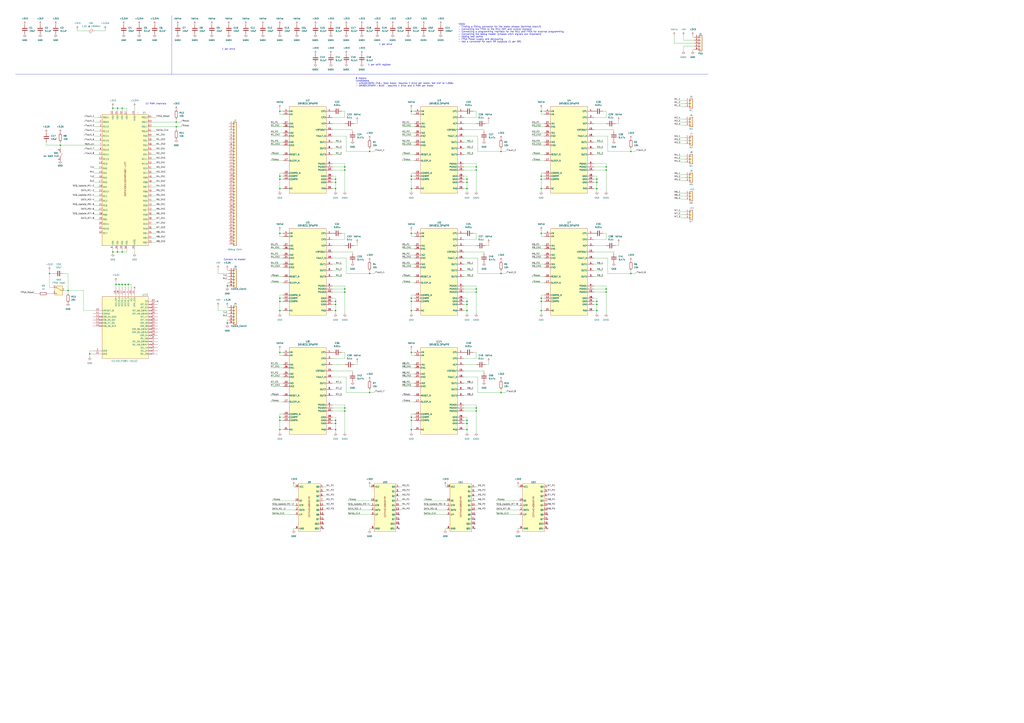
<source format=kicad_sch>
(kicad_sch (version 20231120) (generator "eeschema") (generator_version "8.0")
  (paper "A1")
  (title_block (date "2025-02-18"))
  (junction (at 144.78 104.14))
  (junction (at 275.59 154.94))
  (junction (at 229.87 289.56))
  (junction (at 337.82 245.11))
  (junction (at 444.5 144.78))
  (junction (at 383.54 149.86))
  (junction (at 497.84 240.03))
  (junction (at 275.59 345.44))
  (junction (at 337.82 247.65))
  (junction (at 283.21 139.7))
  (junction (at 444.5 255.27))
  (junction (at 391.16 240.03))
  (junction (at 229.87 353.06))
  (junction (at 383.54 247.65))
  (junction (at 337.82 147.32))
  (junction (at 275.59 149.86))
  (junction (at 337.82 345.44))
  (junction (at 490.22 250.19))
  (junction (at 383.54 250.19))
  (junction (at 391.16 137.16))
  (junction (at 275.59 347.98))
  (junction (at 337.82 144.78))
  (junction (at 391.16 237.49))
  (junction (at 144.78 100.33))
  (junction (at 444.5 147.32))
  (junction (at 102.87 233.68))
  (junction (at 275.59 147.32))
  (junction (at 444.5 91.44))
  (junction (at 229.87 144.78))
  (junction (at 383.54 345.44))
  (junction (at 92.71 88.9))
  (junction (at 490.22 149.86))
  (junction (at 391.16 337.82))
  (junction (at 337.82 289.56))
  (junction (at 96.52 207.01))
  (junction (at 337.82 342.9))
  (junction (at 337.82 353.06))
  (junction (at 55.88 238.76))
  (junction (at 411.48 224.79))
  (junction (at 303.53 124.46))
  (junction (at 229.87 342.9))
  (junction (at 92.71 207.01))
  (junction (at 411.48 322.58))
  (junction (at 100.33 88.9))
  (junction (at 283.21 337.82))
  (junction (at 186.69 234.95))
  (junction (at 275.59 353.06))
  (junction (at 411.48 124.46))
  (junction (at 391.16 335.28))
  (junction (at 275.59 255.27))
  (junction (at 497.84 237.49))
  (junction (at 337.82 191.77))
  (junction (at 229.87 255.27))
  (junction (at 518.16 124.46))
  (junction (at 383.54 154.94))
  (junction (at 283.21 237.49))
  (junction (at 444.5 245.11))
  (junction (at 97.79 233.68))
  (junction (at 40.64 224.79))
  (junction (at 100.33 207.01))
  (junction (at 383.54 255.27))
  (junction (at 229.87 154.94))
  (junction (at 96.52 88.9))
  (junction (at 303.53 224.79))
  (junction (at 105.41 233.68))
  (junction (at 283.21 335.28))
  (junction (at 229.87 191.77))
  (junction (at 383.54 147.32))
  (junction (at 229.87 91.44))
  (junction (at 283.21 137.16))
  (junction (at 490.22 247.65))
  (junction (at 229.87 245.11))
  (junction (at 275.59 250.19))
  (junction (at 518.16 224.79))
  (junction (at 229.87 147.32))
  (junction (at 229.87 247.65))
  (junction (at 337.82 91.44))
  (junction (at 303.53 322.58))
  (junction (at 490.22 154.94))
  (junction (at 100.33 233.68))
  (junction (at 337.82 154.94))
  (junction (at 444.5 191.77))
  (junction (at 497.84 137.16))
  (junction (at 186.69 265.43))
  (junction (at 383.54 353.06))
  (junction (at 229.87 345.44))
  (junction (at 49.53 119.38))
  (junction (at 490.22 147.32))
  (junction (at 337.82 255.27))
  (junction (at 444.5 154.94))
  (junction (at 444.5 247.65))
  (junction (at 73.66 290.83))
  (junction (at 383.54 347.98))
  (junction (at 391.16 139.7))
  (junction (at 490.22 255.27))
  (junction (at 497.84 139.7))
  (junction (at 95.25 233.68))
  (junction (at 275.59 247.65))
  (junction (at 283.21 240.03))
  (no_connect (at 265.43 422.91))
  (no_connect (at 327.66 426.72))
  (no_connect (at 265.43 434.34))
  (no_connect (at 265.43 430.53))
  (no_connect (at 449.58 434.34))
  (no_connect (at 449.58 426.72))
  (no_connect (at 327.66 430.53))
  (no_connect (at 449.58 422.91))
  (no_connect (at 265.43 426.72))
  (no_connect (at 389.89 426.72))
  (no_connect (at 449.58 430.53))
  (no_connect (at 110.49 236.22))
  (no_connect (at 389.89 434.34))
  (no_connect (at 389.89 430.53))
  (no_connect (at 389.89 422.91))
  (no_connect (at 129.54 247.65))
  (no_connect (at 327.66 422.91))
  (no_connect (at 327.66 434.34))
  (wire (pts (xy 444.5 147.32) (xy 444.5 154.94)))
  (wire (pts (xy 222.25 219.71) (xy 232.41 219.71)))
  (wire (pts (xy 426.72 434.34) (xy 425.45 434.34)))
  (wire (pts (xy 330.2 204.47) (xy 340.36 204.47)))
  (wire (pts (xy 558.8 113.03) (xy 562.61 113.03)))
  (wire (pts (xy 558.8 163.83) (xy 562.61 163.83)))
  (wire (pts (xy 283.21 91.44) (xy 283.21 96.52)))
  (wire (pts (xy 487.68 127) (xy 495.3 127)))
  (wire (pts (xy 499.11 212.09) (xy 487.68 212.09)))
  (wire (pts (xy 389.89 411.48) (xy 392.43 411.48)))
  (wire (pts (xy 383.54 149.86) (xy 383.54 154.94)))
  (wire (pts (xy 391.16 237.49) (xy 391.16 240.03)))
  (wire (pts (xy 365.76 434.34) (xy 365.76 435.61)))
  (wire (pts (xy 229.87 353.06) (xy 229.87 355.6)))
  (wire (pts (xy 330.2 232.41) (xy 340.36 232.41)))
  (wire (pts (xy 49.53 116.84) (xy 49.53 119.38)))
  (wire (pts (xy 327.66 403.86) (xy 330.2 403.86)))
  (wire (pts (xy 381 353.06) (xy 383.54 353.06)))
  (wire (pts (xy 229.87 247.65) (xy 232.41 247.65)))
  (wire (pts (xy 186.69 227.33) (xy 187.96 227.33)))
  (wire (pts (xy 447.04 242.57) (xy 444.5 242.57)))
  (wire (pts (xy 273.05 320.04) (xy 280.67 320.04)))
  (wire (pts (xy 124.46 184.15) (xy 128.27 184.15)))
  (wire (pts (xy 229.87 289.56) (xy 229.87 292.1)))
  (wire (pts (xy 229.87 154.94) (xy 232.41 154.94)))
  (wire (pts (xy 96.52 88.9) (xy 96.52 91.44)))
  (wire (pts (xy 444.5 245.11) (xy 447.04 245.11)))
  (wire (pts (xy 229.87 91.44) (xy 229.87 93.98)))
  (wire (pts (xy 289.56 304.8) (xy 289.56 306.07)))
  (wire (pts (xy 124.46 157.48) (xy 128.27 157.48)))
  (wire (pts (xy 444.5 255.27) (xy 447.04 255.27)))
  (wire (pts (xy 63.5 25.4) (xy 72.39 25.4)))
  (wire (pts (xy 275.59 347.98) (xy 275.59 353.06)))
  (wire (pts (xy 229.87 144.78) (xy 232.41 144.78)))
  (wire (pts (xy 487.68 144.78) (xy 490.22 144.78)))
  (wire (pts (xy 303.53 322.58) (xy 284.48 322.58)))
  (wire (pts (xy 330.2 325.12) (xy 340.36 325.12)))
  (wire (pts (xy 273.05 222.25) (xy 280.67 222.25)))
  (wire (pts (xy 229.87 342.9) (xy 232.41 342.9)))
  (wire (pts (xy 229.87 147.32) (xy 229.87 154.94)))
  (wire (pts (xy 505.46 201.93) (xy 508 201.93)))
  (wire (pts (xy 280.67 289.56) (xy 283.21 289.56)))
  (wire (pts (xy 38.1 119.38) (xy 49.53 119.38)))
  (wire (pts (xy 381 314.96) (xy 388.62 314.96)))
  (wire (pts (xy 327.66 411.48) (xy 330.2 411.48)))
  (wire (pts (xy 283.21 191.77) (xy 283.21 196.85)))
  (wire (pts (xy 381 139.7) (xy 391.16 139.7)))
  (wire (pts (xy 186.69 222.25) (xy 186.69 220.98)))
  (wire (pts (xy 570.23 40.64) (xy 568.96 40.64)))
  (wire (pts (xy 222.25 299.72) (xy 232.41 299.72)))
  (wire (pts (xy 265.43 400.05) (xy 267.97 400.05)))
  (wire (pts (xy 411.48 224.79) (xy 392.43 224.79)))
  (wire (pts (xy 27.94 241.3) (xy 31.75 241.3)))
  (wire (pts (xy 411.48 124.46) (xy 392.43 124.46)))
  (wire (pts (xy 124.46 161.29) (xy 128.27 161.29)))
  (wire (pts (xy 436.88 101.6) (xy 447.04 101.6)))
  (wire (pts (xy 558.8 130.81) (xy 562.61 130.81)))
  (wire (pts (xy 232.41 142.24) (xy 229.87 142.24)))
  (wire (pts (xy 229.87 144.78) (xy 229.87 147.32)))
  (wire (pts (xy 275.59 342.9) (xy 275.59 345.44)))
  (wire (pts (xy 144.78 100.33) (xy 124.46 100.33)))
  (wire (pts (xy 81.28 165.1) (xy 77.47 165.1)))
  (wire (pts (xy 415.29 224.79) (xy 411.48 224.79)))
  (wire (pts (xy 436.88 232.41) (xy 447.04 232.41)))
  (wire (pts (xy 337.82 289.56) (xy 337.82 292.1)))
  (wire (pts (xy 265.43 419.1) (xy 267.97 419.1)))
  (wire (pts (xy 283.21 332.74) (xy 283.21 335.28)))
  (wire (pts (xy 327.66 400.05) (xy 330.2 400.05)))
  (wire (pts (xy 273.05 247.65) (xy 275.59 247.65)))
  (wire (pts (xy 275.59 345.44) (xy 275.59 347.98)))
  (wire (pts (xy 330.2 330.2) (xy 340.36 330.2)))
  (wire (pts (xy 436.88 116.84) (xy 447.04 116.84)))
  (wire (pts (xy 558.8 146.05) (xy 562.61 146.05)))
  (wire (pts (xy 381 335.28) (xy 391.16 335.28)))
  (wire (pts (xy 504.19 106.68) (xy 504.19 107.95)))
  (wire (pts (xy 229.87 91.44) (xy 232.41 91.44)))
  (wire (pts (xy 222.25 209.55) (xy 232.41 209.55)))
  (wire (pts (xy 436.88 201.93) (xy 447.04 201.93)))
  (wire (pts (xy 397.51 304.8) (xy 397.51 306.07)))
  (wire (pts (xy 96.52 207.01) (xy 92.71 207.01)))
  (wire (pts (xy 391.16 332.74) (xy 391.16 335.28)))
  (wire (pts (xy 273.05 353.06) (xy 275.59 353.06)))
  (wire (pts (xy 487.68 116.84) (xy 495.3 116.84)))
  (wire (pts (xy 504.19 207.01) (xy 504.19 208.28)))
  (wire (pts (xy 391.16 96.52) (xy 381 96.52)))
  (wire (pts (xy 273.05 234.95) (xy 283.21 234.95)))
  (wire (pts (xy 124.46 165.1) (xy 128.27 165.1)))
  (wire (pts (xy 222.25 109.22) (xy 232.41 109.22)))
  (wire (pts (xy 283.21 134.62) (xy 283.21 137.16)))
  (wire (pts (xy 381 121.92) (xy 388.62 121.92)))
  (wire (pts (xy 241.3 434.34) (xy 241.3 435.61)))
  (wire (pts (xy 283.21 237.49) (xy 283.21 240.03)))
  (wire (pts (xy 223.52 415.29) (xy 242.57 415.29)))
  (wire (pts (xy 275.59 353.06) (xy 275.59 355.6)))
  (wire (pts (xy 558.8 102.87) (xy 562.61 102.87)))
  (wire (pts (xy 407.67 422.91) (xy 426.72 422.91)))
  (wire (pts (xy 68.58 255.27) (xy 76.2 255.27)))
  (wire (pts (xy 275.59 247.65) (xy 275.59 250.19)))
  (wire (pts (xy 383.54 247.65) (xy 383.54 250.19)))
  (wire (pts (xy 186.69 229.87) (xy 187.96 229.87)))
  (wire (pts (xy 49.53 119.38) (xy 81.28 119.38)))
  (wire (pts (xy 381 101.6) (xy 391.16 101.6)))
  (wire (pts (xy 330.2 104.14) (xy 340.36 104.14)))
  (wire (pts (xy 381 154.94) (xy 383.54 154.94)))
  (wire (pts (xy 415.29 322.58) (xy 411.48 322.58)))
  (wire (pts (xy 77.47 104.14) (xy 81.28 104.14)))
  (wire (pts (xy 110.49 87.63) (xy 110.49 91.44)))
  (wire (pts (xy 558.8 100.33) (xy 562.61 100.33)))
  (wire (pts (xy 186.69 265.43) (xy 187.96 265.43)))
  (wire (pts (xy 383.54 255.27) (xy 383.54 257.81)))
  (wire (pts (xy 487.68 201.93) (xy 497.84 201.93)))
  (wire (pts (xy 436.88 119.38) (xy 447.04 119.38)))
  (wire (pts (xy 229.87 289.56) (xy 232.41 289.56)))
  (wire (pts (xy 77.47 161.29) (xy 81.28 161.29)))
  (wire (pts (xy 303.53 124.46) (xy 284.48 124.46)))
  (wire (pts (xy 283.21 196.85) (xy 273.05 196.85)))
  (wire (pts (xy 144.78 97.79) (xy 144.78 100.33)))
  (wire (pts (xy 124.46 176.53) (xy 128.27 176.53)))
  (wire (pts (xy 95.25 233.68) (xy 97.79 233.68)))
  (wire (pts (xy 495.3 91.44) (xy 497.84 91.44)))
  (wire (pts (xy 229.87 142.24) (xy 229.87 144.78)))
  (wire (pts (xy 518.16 222.25) (xy 518.16 224.79)))
  (wire (pts (xy 330.2 217.17) (xy 340.36 217.17)))
  (wire (pts (xy 124.46 195.58) (xy 128.27 195.58)))
  (wire (pts (xy 273.05 335.28) (xy 283.21 335.28)))
  (wire (pts (xy 273.05 240.03) (xy 283.21 240.03)))
  (wire (pts (xy 222.25 217.17) (xy 232.41 217.17)))
  (wire (pts (xy 558.8 115.57) (xy 562.61 115.57)))
  (wire (pts (xy 283.21 96.52) (xy 273.05 96.52)))
  (wire (pts (xy 285.75 422.91) (xy 304.8 422.91)))
  (wire (pts (xy 222.25 204.47) (xy 232.41 204.47)))
  (wire (pts (xy 40.64 224.79) (xy 40.64 222.25)))
  (wire (pts (xy 337.82 154.94) (xy 337.82 157.48)))
  (wire (pts (xy 330.2 116.84) (xy 340.36 116.84)))
  (wire (pts (xy 381 247.65) (xy 383.54 247.65)))
  (wire (pts (xy 229.87 342.9) (xy 229.87 345.44)))
  (wire (pts (xy 307.34 124.46) (xy 303.53 124.46)))
  (wire (pts (xy 63.5 24.13) (xy 63.5 25.4)))
  (wire (pts (xy 401.32 199.39) (xy 401.32 201.93)))
  (wire (pts (xy 283.21 335.28) (xy 283.21 337.82)))
  (wire (pts (xy 275.59 147.32) (xy 275.59 149.86)))
  (wire (pts (xy 570.23 38.1) (xy 561.34 38.1)))
  (wire (pts (xy 383.54 342.9) (xy 383.54 345.44)))
  (wire (pts (xy 444.5 245.11) (xy 444.5 247.65)))
  (wire (pts (xy 330.2 109.22) (xy 340.36 109.22)))
  (wire (pts (xy 307.34 224.79) (xy 303.53 224.79)))
  (wire (pts (xy 391.16 355.6) (xy 391.16 337.82)))
  (wire (pts (xy 124.46 104.14) (xy 144.78 104.14)))
  (wire (pts (xy 389.89 415.29) (xy 392.43 415.29)))
  (wire (pts (xy 444.5 247.65) (xy 444.5 255.27)))
  (wire (pts (xy 558.8 82.55) (xy 562.61 82.55)))
  (wire (pts (xy 124.46 187.96) (xy 128.27 187.96)))
  (wire (pts (xy 568.96 40.64) (xy 568.96 41.91)))
  (wire (pts (xy 436.88 109.22) (xy 447.04 109.22)))
  (wire (pts (xy 337.82 353.06) (xy 340.36 353.06)))
  (wire (pts (xy 389.89 407.67) (xy 392.43 407.67)))
  (wire (pts (xy 283.21 355.6) (xy 283.21 337.82)))
  (wire (pts (xy 229.87 245.11) (xy 229.87 247.65)))
  (wire (pts (xy 337.82 345.44) (xy 337.82 353.06)))
  (wire (pts (xy 497.84 157.48) (xy 497.84 139.7)))
  (wire (pts (xy 337.82 88.9) (xy 337.82 91.44)))
  (wire (pts (xy 289.56 106.68) (xy 289.56 107.95)))
  (wire (pts (xy 229.87 189.23) (xy 229.87 191.77)))
  (wire (pts (xy 444.5 91.44) (xy 447.04 91.44)))
  (wire (pts (xy 222.25 116.84) (xy 232.41 116.84)))
  (wire (pts (xy 337.82 191.77) (xy 337.82 194.31)))
  (wire (pts (xy 81.28 153.67) (xy 77.47 153.67)))
  (wire (pts (xy 273.05 314.96) (xy 280.67 314.96)))
  (wire (pts (xy 444.5 142.24) (xy 444.5 144.78)))
  (wire (pts (xy 186.69 262.89) (xy 186.69 265.43)))
  (wire (pts (xy 518.16 224.79) (xy 499.11 224.79)))
  (wire (pts (xy 436.88 127) (xy 447.04 127)))
  (wire (pts (xy 102.87 233.68) (xy 102.87 236.22)))
  (wire (pts (xy 398.78 101.6) (xy 401.32 101.6)))
  (wire (pts (xy 337.82 144.78) (xy 337.82 147.32)))
  (wire (pts (xy 273.05 147.32) (xy 275.59 147.32)))
  (wire (pts (xy 97.79 233.68) (xy 100.33 233.68)))
  (wire (pts (xy 40.64 236.22) (xy 40.64 224.79)))
  (wire (pts (xy 337.82 247.65) (xy 337.82 255.27)))
  (wire (pts (xy 223.52 411.48) (xy 242.57 411.48)))
  (wire (pts (xy 229.87 345.44) (xy 232.41 345.44)))
  (wire (pts (xy 487.68 245.11) (xy 490.22 245.11)))
  (wire (pts (xy 222.25 111.76) (xy 232.41 111.76)))
  (wire (pts (xy 283.21 234.95) (xy 283.21 237.49)))
  (wire (pts (xy 77.47 138.43) (xy 81.28 138.43)))
  (wire (pts (xy 367.03 434.34) (xy 365.76 434.34)))
  (wire (pts (xy 273.05 134.62) (xy 283.21 134.62)))
  (wire (pts (xy 273.05 255.27) (xy 275.59 255.27)))
  (wire (pts (xy 290.83 201.93) (xy 293.37 201.93)))
  (wire (pts (xy 77.47 142.24) (xy 81.28 142.24)))
  (wire (pts (xy 561.34 29.21) (xy 561.34 33.02)))
  (wire (pts (xy 347.98 415.29) (xy 367.03 415.29)))
  (wire (pts (xy 521.97 124.46) (xy 518.16 124.46)))
  (wire (pts (xy 52.07 224.79) (xy 55.88 224.79)))
  (wire (pts (xy 38.1 116.84) (xy 38.1 119.38)))
  (wire (pts (xy 100.33 207.01) (xy 96.52 207.01)))
  (wire (pts (xy 487.68 139.7) (xy 497.84 139.7)))
  (wire (pts (xy 381 149.86) (xy 383.54 149.86)))
  (wire (pts (xy 330.2 307.34) (xy 340.36 307.34)))
  (wire (pts (xy 95.25 231.14) (xy 95.25 233.68)))
  (wire (pts (xy 105.41 233.68) (xy 105.41 236.22)))
  (wire (pts (xy 337.82 289.56) (xy 340.36 289.56)))
  (wire (pts (xy 222.25 201.93) (xy 232.41 201.93)))
  (wire (pts (xy 187.96 224.79) (xy 179.07 224.79)))
  (wire (pts (xy 273.05 227.33) (xy 280.67 227.33)))
  (wire (pts (xy 104.14 88.9) (xy 104.14 91.44)))
  (wire (pts (xy 273.05 144.78) (xy 275.59 144.78)))
  (wire (pts (xy 337.82 191.77) (xy 340.36 191.77)))
  (wire (pts (xy 340.36 292.1) (xy 337.82 292.1)))
  (wire (pts (xy 381 222.25) (xy 388.62 222.25)))
  (wire (pts (xy 100.33 88.9) (xy 100.33 91.44)))
  (wire (pts (xy 232.41 340.36) (xy 229.87 340.36)))
  (wire (pts (xy 436.88 219.71) (xy 447.04 219.71)))
  (wire (pts (xy 411.48 222.25) (xy 411.48 224.79)))
  (wire (pts (xy 303.53 121.92) (xy 303.53 124.46)))
  (wire (pts (xy 77.47 96.52) (xy 81.28 96.52)))
  (wire (pts (xy 389.89 403.86) (xy 392.43 403.86)))
  (wire (pts (xy 381 342.9) (xy 383.54 342.9)))
  (wire (pts (xy 436.88 227.33) (xy 447.04 227.33)))
  (wire (pts (xy 337.82 147.32) (xy 340.36 147.32)))
  (wire (pts (xy 381 134.62) (xy 391.16 134.62)))
  (wire (pts (xy 124.46 119.38) (xy 128.27 119.38)))
  (wire (pts (xy 284.48 124.46) (xy 284.48 111.76)))
  (wire (pts (xy 330.2 127) (xy 340.36 127)))
  (wire (pts (xy 391.16 257.81) (xy 391.16 240.03)))
  (wire (pts (xy 337.82 144.78) (xy 340.36 144.78)))
  (wire (pts (xy 497.84 137.16) (xy 497.84 139.7)))
  (wire (pts (xy 273.05 325.12) (xy 280.67 325.12)))
  (wire (pts (xy 521.97 224.79) (xy 518.16 224.79)))
  (wire (pts (xy 124.46 127) (xy 128.27 127)))
  (wire (pts (xy 392.43 212.09) (xy 381 212.09)))
  (wire (pts (xy 553.72 29.21) (xy 553.72 35.56)))
  (wire (pts (xy 487.68 250.19) (xy 490.22 250.19)))
  (wire (pts (xy 273.05 337.82) (xy 283.21 337.82)))
  (wire (pts (xy 77.47 25.4) (xy 86.36 25.4)))
  (wire (pts (xy 347.98 419.1) (xy 367.03 419.1)))
  (wire (pts (xy 398.78 299.72) (xy 401.32 299.72)))
  (wire (pts (xy 307.34 322.58) (xy 303.53 322.58)))
  (wire (pts (xy 381 217.17) (xy 388.62 217.17)))
  (wire (pts (xy 490.22 247.65) (xy 490.22 250.19)))
  (wire (pts (xy 381 106.68) (xy 397.51 106.68)))
  (wire (pts (xy 273.05 245.11) (xy 275.59 245.11)))
  (wire (pts (xy 391.16 157.48) (xy 391.16 139.7)))
  (wire (pts (xy 107.95 233.68) (xy 107.95 236.22)))
  (wire (pts (xy 330.2 201.93) (xy 340.36 201.93)))
  (wire (pts (xy 229.87 255.27) (xy 229.87 257.81)))
  (wire (pts (xy 381 299.72) (xy 391.16 299.72)))
  (wire (pts (xy 383.54 347.98) (xy 383.54 353.06)))
  (wire (pts (xy 330.2 302.26) (xy 340.36 302.26)))
  (wire (pts (xy 330.2 212.09) (xy 340.36 212.09)))
  (wire (pts (xy 303.53 400.05) (xy 303.53 398.78)))
  (wire (pts (xy 43.18 236.22) (xy 40.64 236.22)))
  (wire (pts (xy 49.53 121.92) (xy 49.53 119.38)))
  (wire (pts (xy 265.43 411.48) (xy 267.97 411.48)))
  (wire (pts (xy 340.36 340.36) (xy 337.82 340.36)))
  (wire (pts (xy 425.45 400.05) (xy 425.45 398.78)))
  (wire (pts (xy 283.21 137.16) (xy 283.21 139.7)))
  (wire (pts (xy 77.47 100.33) (xy 81.28 100.33)))
  (wire (pts (xy 391.16 335.28) (xy 391.16 337.82)))
  (wire (pts (xy 487.68 121.92) (xy 495.3 121.92)))
  (wire (pts (xy 275.59 154.94) (xy 275.59 157.48)))
  (wire (pts (xy 383.54 147.32) (xy 383.54 149.86)))
  (wire (pts (xy 330.2 227.33) (xy 340.36 227.33)))
  (wire (pts (xy 95.25 236.22) (xy 95.25 233.68)))
  (wire (pts (xy 124.46 199.39) (xy 128.27 199.39)))
  (wire (pts (xy 425.45 434.34) (xy 425.45 435.61)))
  (wire (pts (xy 558.8 128.27) (xy 562.61 128.27)))
  (wire (pts (xy 303.53 320.04) (xy 303.53 322.58)))
  (wire (pts (xy 186.69 234.95) (xy 187.96 234.95)))
  (wire (pts (xy 283.21 157.48) (xy 283.21 139.7)))
  (wire (pts (xy 487.68 101.6) (xy 497.84 101.6)))
  (wire (pts (xy 337.82 142.24) (xy 337.82 144.78)))
  (wire (pts (xy 381 320.04) (xy 388.62 320.04)))
  (polyline (pts (xy 140.97 12.7) (xy 140.97 60.96)))
  (wire (pts (xy 337.82 345.44) (xy 340.36 345.44)))
  (wire (pts (xy 381 116.84) (xy 388.62 116.84)))
  (wire (pts (xy 223.52 419.1) (xy 242.57 419.1)))
  (wire (pts (xy 330.2 317.5) (xy 340.36 317.5)))
  (wire (pts (xy 73.66 290.83) (xy 73.66 293.37)))
  (wire (pts (xy 124.46 96.52) (xy 128.27 96.52)))
  (wire (pts (xy 124.46 180.34) (xy 128.27 180.34)))
  (wire (pts (xy 222.25 307.34) (xy 232.41 307.34)))
  (wire (pts (xy 381 127) (xy 388.62 127)))
  (wire (pts (xy 391.16 234.95) (xy 391.16 237.49)))
  (wire (pts (xy 487.68 137.16) (xy 497.84 137.16)))
  (wire (pts (xy 436.88 212.09) (xy 447.04 212.09)))
  (wire (pts (xy 273.05 299.72) (xy 283.21 299.72)))
  (wire (pts (xy 561.34 38.1) (xy 561.34 41.91)))
  (wire (pts (xy 367.03 400.05) (xy 365.76 400.05)))
  (wire (pts (xy 487.68 237.49) (xy 497.84 237.49)))
  (wire (pts (xy 381 325.12) (xy 388.62 325.12)))
  (wire (pts (xy 186.69 260.35) (xy 187.96 260.35)))
  (wire (pts (xy 388.62 191.77) (xy 391.16 191.77)))
  (wire (pts (xy 124.46 172.72) (xy 128.27 172.72)))
  (wire (pts (xy 365.76 400.05) (xy 365.76 398.78)))
  (wire (pts (xy 347.98 411.48) (xy 367.03 411.48)))
  (wire (pts (xy 280.67 91.44) (xy 283.21 91.44)))
  (wire (pts (xy 39.37 241.3) (xy 43.18 241.3)))
  (wire (pts (xy 444.5 189.23) (xy 444.5 191.77)))
  (wire (pts (xy 265.43 403.86) (xy 267.97 403.86)))
  (wire (pts (xy 497.84 96.52) (xy 487.68 96.52)))
  (wire (pts (xy 499.11 111.76) (xy 487.68 111.76)))
  (wire (pts (xy 397.51 207.01) (xy 397.51 208.28)))
  (wire (pts (xy 487.68 134.62) (xy 497.84 134.62)))
  (wire (pts (xy 570.23 30.48) (xy 568.96 30.48)))
  (wire (pts (xy 144.78 104.14) (xy 148.59 104.14)))
  (wire (pts (xy 508 199.39) (xy 508 201.93)))
  (wire (pts (xy 337.82 287.02) (xy 337.82 289.56)))
  (wire (pts (xy 381 227.33) (xy 388.62 227.33)))
  (wire (pts (xy 499.11 124.46) (xy 499.11 111.76)))
  (wire (pts (xy 381 250.19) (xy 383.54 250.19)))
  (wire (pts (xy 81.28 180.34) (xy 77.47 180.34)))
  (wire (pts (xy 222.25 101.6) (xy 232.41 101.6)))
  (wire (pts (xy 81.28 168.91) (xy 77.47 168.91)))
  (wire (pts (xy 487.68 106.68) (xy 504.19 106.68)))
  (wire (pts (xy 330.2 219.71) (xy 340.36 219.71)))
  (wire (pts (xy 229.87 353.06) (xy 232.41 353.06)))
  (wire (pts (xy 124.46 149.86) (xy 128.27 149.86)))
  (wire (pts (xy 558.8 85.09) (xy 562.61 85.09)))
  (wire (pts (xy 397.51 106.68) (xy 397.51 107.95)))
  (wire (pts (xy 77.47 107.95) (xy 81.28 107.95)))
  (wire (pts (xy 497.84 196.85) (xy 487.68 196.85)))
  (wire (pts (xy 124.46 146.05) (xy 128.27 146.05)))
  (wire (pts (xy 280.67 191.77) (xy 283.21 191.77)))
  (wire (pts (xy 490.22 144.78) (xy 490.22 147.32)))
  (wire (pts (xy 273.05 127) (xy 280.67 127)))
  (wire (pts (xy 568.96 30.48) (xy 568.96 29.21)))
  (wire (pts (xy 392.43 124.46) (xy 392.43 111.76)))
  (wire (pts (xy 337.82 245.11) (xy 340.36 245.11)))
  (wire (pts (xy 558.8 173.99) (xy 562.61 173.99)))
  (wire (pts (xy 222.25 119.38) (xy 232.41 119.38)))
  (wire (pts (xy 487.68 154.94) (xy 490.22 154.94)))
  (wire (pts (xy 186.69 232.41) (xy 186.69 234.95)))
  (wire (pts (xy 273.05 149.86) (xy 275.59 149.86)))
  (wire (pts (xy 289.56 207.01) (xy 289.56 208.28)))
  (wire (pts (xy 381 304.8) (xy 397.51 304.8)))
  (wire (pts (xy 77.47 146.05) (xy 81.28 146.05)))
  (wire (pts (xy 497.84 134.62) (xy 497.84 137.16)))
  (wire (pts (xy 447.04 142.24) (xy 444.5 142.24)))
  (wire (pts (xy 285.75 419.1) (xy 304.8 419.1)))
  (wire (pts (xy 383.54 144.78) (xy 383.54 147.32)))
  (wire (pts (xy 77.47 111.76) (xy 81.28 111.76)))
  (wire (pts (xy 102.87 233.68) (xy 105.41 233.68)))
  (wire (pts (xy 391.16 91.44) (xy 391.16 96.52)))
  (wire (pts (xy 124.46 123.19) (xy 128.27 123.19)))
  (wire (pts (xy 411.48 322.58) (xy 392.43 322.58)))
  (wire (pts (xy 330.2 209.55) (xy 340.36 209.55)))
  (wire (pts (xy 381 347.98) (xy 383.54 347.98)))
  (wire (pts (xy 327.66 415.29) (xy 330.2 415.29)))
  (wire (pts (xy 229.87 191.77) (xy 229.87 194.31)))
  (wire (pts (xy 186.69 234.95) (xy 186.69 236.22)))
  (wire (pts (xy 124.46 142.24) (xy 128.27 142.24)))
  (wire (pts (xy 242.57 434.34) (xy 241.3 434.34)))
  (wire (pts (xy 273.05 342.9) (xy 275.59 342.9)))
  (wire (pts (xy 383.54 250.19) (xy 383.54 255.27)))
  (wire (pts (xy 415.29 124.46) (xy 411.48 124.46)))
  (wire (pts (xy 388.62 289.56) (xy 391.16 289.56)))
  (wire (pts (xy 100.33 233.68) (xy 100.33 236.22)))
  (wire (pts (xy 179.07 224.79) (xy 179.07 220.98)))
  (wire (pts (xy 73.66 290.83) (xy 76.2 290.83)))
  (wire (pts (xy 518.16 124.46) (xy 499.11 124.46)))
  (wire (pts (xy 330.2 101.6) (xy 340.36 101.6)))
  (wire (pts (xy 55.88 238.76) (xy 68.58 238.76)))
  (wire (pts (xy 229.87 154.94) (xy 229.87 157.48)))
  (wire (pts (xy 340.36 142.24) (xy 337.82 142.24)))
  (wire (pts (xy 337.82 189.23) (xy 337.82 191.77)))
  (wire (pts (xy 229.87 287.02) (xy 229.87 289.56)))
  (wire (pts (xy 401.32 297.18) (xy 401.32 299.72)))
  (polyline (pts (xy 140.97 60.96) (xy 12.7 60.96)))
  (wire (pts (xy 285.75 411.48) (xy 304.8 411.48)))
  (wire (pts (xy 110.49 204.47) (xy 110.49 208.28)))
  (wire (pts (xy 187.96 255.27) (xy 179.07 255.27)))
  (wire (pts (xy 487.68 207.01) (xy 504.19 207.01)))
  (wire (pts (xy 284.48 322.58) (xy 284.48 309.88)))
  (wire (pts (xy 327.66 407.67) (xy 330.2 407.67)))
  (wire (pts (xy 273.05 347.98) (xy 275.59 347.98)))
  (wire (pts (xy 444.5 242.57) (xy 444.5 245.11)))
  (wire (pts (xy 383.54 345.44) (xy 383.54 347.98)))
  (wire (pts (xy 124.46 130.81) (xy 128.27 130.81)))
  (wire (pts (xy 490.22 245.11) (xy 490.22 247.65)))
  (wire (pts (xy 381 147.32) (xy 383.54 147.32)))
  (wire (pts (xy 487.68 247.65) (xy 490.22 247.65)))
  (wire (pts (xy 558.8 148.59) (xy 562.61 148.59)))
  (wire (pts (xy 77.47 123.19) (xy 81.28 123.19)))
  (wire (pts (xy 283.21 289.56) (xy 283.21 294.64)))
  (wire (pts (xy 92.71 91.44) (xy 92.71 88.9)))
  (wire (pts (xy 337.82 91.44) (xy 337.82 93.98)))
  (wire (pts (xy 285.75 415.29) (xy 304.8 415.29)))
  (wire (pts (xy 92.71 207.01) (xy 92.71 204.47)))
  (wire (pts (xy 337.82 340.36) (xy 337.82 342.9)))
  (wire (pts (xy 401.32 99.06) (xy 401.32 101.6)))
  (wire (pts (xy 77.47 127) (xy 81.28 127)))
  (wire (pts (xy 229.87 247.65) (xy 229.87 255.27)))
  (wire (pts (xy 222.25 232.41) (xy 232.41 232.41)))
  (wire (pts (xy 229.87 191.77) (xy 232.41 191.77)))
  (wire (pts (xy 487.68 234.95) (xy 497.84 234.95)))
  (wire (pts (xy 229.87 147.32) (xy 232.41 147.32)))
  (wire (pts (xy 383.54 245.11) (xy 383.54 247.65)))
  (wire (pts (xy 124.46 138.43) (xy 128.27 138.43)))
  (wire (pts (xy 275.59 144.78) (xy 275.59 147.32)))
  (wire (pts (xy 124.46 134.62) (xy 128.27 134.62)))
  (wire (pts (xy 273.05 201.93) (xy 283.21 201.93)))
  (wire (pts (xy 100.33 204.47) (xy 100.33 207.01)))
  (wire (pts (xy 436.88 104.14) (xy 447.04 104.14)))
  (wire (pts (xy 284.48 224.79) (xy 284.48 212.09)))
  (wire (pts (xy 407.67 419.1) (xy 426.72 419.1)))
  (wire (pts (xy 490.22 255.27) (xy 490.22 257.81)))
  (wire (pts (xy 92.71 207.01) (xy 92.71 208.28)))
  (wire (pts (xy 290.83 101.6) (xy 293.37 101.6)))
  (wire (pts (xy 68.58 238.76) (xy 68.58 255.27)))
  (wire (pts (xy 487.68 222.25) (xy 495.3 222.25)))
  (wire (pts (xy 381 234.95) (xy 391.16 234.95)))
  (wire (pts (xy 392.43 111.76) (xy 381 111.76)))
  (wire (pts (xy 275.59 149.86) (xy 275.59 154.94)))
  (wire (pts (xy 495.3 191.77) (xy 497.84 191.77)))
  (wire (pts (xy 444.5 144.78) (xy 447.04 144.78)))
  (wire (pts (xy 273.05 304.8) (xy 289.56 304.8)))
  (wire (pts (xy 391.16 294.64) (xy 381 294.64)))
  (wire (pts (xy 436.88 132.08) (xy 447.04 132.08)))
  (wire (pts (xy 55.88 238.76) (xy 55.88 241.3)))
  (wire (pts (xy 381 240.03) (xy 391.16 240.03)))
  (wire (pts (xy 97.79 233.68) (xy 97.79 236.22)))
  (wire (pts (xy 273.05 345.44) (xy 275.59 345.44)))
  (wire (pts (xy 381 201.93) (xy 391.16 201.93)))
  (wire (pts (xy 222.25 317.5) (xy 232.41 317.5)))
  (wire (pts (xy 283.21 257.81) (xy 283.21 240.03)))
  (wire (pts (xy 76.2 288.29) (xy 73.66 288.29)))
  (wire (pts (xy 426.72 400.05) (xy 425.45 400.05)))
  (wire (pts (xy 293.37 297.18) (xy 293.37 299.72)))
  (wire (pts (xy 337.82 342.9) (xy 337.82 345.44)))
  (wire (pts (xy 187.96 252.73) (xy 186.69 252.73)))
  (wire (pts (xy 290.83 299.72) (xy 293.37 299.72)))
  (wire (pts (xy 241.3 400.05) (xy 241.3 398.78)))
  (wire (pts (xy 490.22 250.19) (xy 490.22 255.27)))
  (wire (pts (xy 232.41 194.31) (xy 229.87 194.31)))
  (wire (pts (xy 222.25 127) (xy 232.41 127)))
  (wire (pts (xy 273.05 332.74) (xy 283.21 332.74)))
  (wire (pts (xy 232.41 242.57) (xy 229.87 242.57)))
  (wire (pts (xy 92.71 88.9) (xy 96.52 88.9)))
  (wire (pts (xy 407.67 411.48) (xy 426.72 411.48)))
  (wire (pts (xy 330.2 119.38) (xy 340.36 119.38)))
  (wire (pts (xy 381 255.27) (xy 383.54 255.27)))
  (wire (pts (xy 242.57 400.05) (xy 241.3 400.05)))
  (wire (pts (xy 273.05 116.84) (xy 280.67 116.84)))
  (wire (pts (xy 327.66 419.1) (xy 330.2 419.1)))
  (wire (pts (xy 186.69 265.43) (xy 186.69 266.7)))
  (wire (pts (xy 55.88 224.79) (xy 55.88 238.76)))
  (wire (pts (xy 392.43 224.79) (xy 392.43 212.09)))
  (wire (pts (xy 558.8 158.75) (xy 562.61 158.75)))
  (polyline (pts (xy 140.97 60.96) (xy 581.66 60.96)))
  (wire (pts (xy 304.8 434.34) (xy 303.53 434.34)))
  (wire (pts (xy 92.71 87.63) (xy 92.71 88.9)))
  (wire (pts (xy 330.2 299.72) (xy 340.36 299.72)))
  (wire (pts (xy 487.68 227.33) (xy 495.3 227.33)))
  (wire (pts (xy 447.04 194.31) (xy 444.5 194.31)))
  (wire (pts (xy 337.82 342.9) (xy 340.36 342.9)))
  (wire (pts (xy 391.16 137.16) (xy 391.16 139.7)))
  (wire (pts (xy 337.82 245.11) (xy 337.82 247.65)))
  (wire (pts (xy 505.46 101.6) (xy 508 101.6)))
  (wire (pts (xy 436.88 111.76) (xy 447.04 111.76)))
  (wire (pts (xy 124.46 168.91) (xy 128.27 168.91)))
  (wire (pts (xy 340.36 93.98) (xy 337.82 93.98)))
  (wire (pts (xy 381 345.44) (xy 383.54 345.44)))
  (wire (pts (xy 124.46 107.95) (xy 128.27 107.95)))
  (wire (pts (xy 222.25 309.88) (xy 232.41 309.88)))
  (wire (pts (xy 124.46 111.76) (xy 128.27 111.76)))
  (wire (pts (xy 222.25 212.09) (xy 232.41 212.09)))
  (wire (pts (xy 229.87 345.44) (xy 229.87 353.06)))
  (wire (pts (xy 77.47 149.86) (xy 81.28 149.86)))
  (wire (pts (xy 518.16 121.92) (xy 518.16 124.46)))
  (wire (pts (xy 381 137.16) (xy 391.16 137.16)))
  (wire (pts (xy 148.59 100.33) (xy 144.78 100.33)))
  (wire (pts (xy 144.78 104.14) (xy 144.78 106.68)))
  (wire (pts (xy 187.96 222.25) (xy 186.69 222.25)))
  (wire (pts (xy 81.28 176.53) (xy 77.47 176.53)))
  (wire (pts (xy 337.82 353.06) (xy 337.82 355.6)))
  (wire (pts (xy 497.84 234.95) (xy 497.84 237.49)))
  (wire (pts (xy 124.46 153.67) (xy 128.27 153.67)))
  (wire (pts (xy 273.05 137.16) (xy 283.21 137.16)))
  (wire (pts (xy 330.2 309.88) (xy 340.36 309.88)))
  (wire (pts (xy 487.68 255.27) (xy 490.22 255.27)))
  (wire (pts (xy 100.33 233.68) (xy 102.87 233.68)))
  (wire (pts (xy 222.25 325.12) (xy 232.41 325.12)))
  (wire (pts (xy 337.82 247.65) (xy 340.36 247.65)))
  (wire (pts (xy 444.5 154.94) (xy 447.04 154.94)))
  (wire (pts (xy 347.98 422.91) (xy 367.03 422.91)))
  (wire (pts (xy 447.04 93.98) (xy 444.5 93.98)))
  (wire (pts (xy 436.88 209.55) (xy 447.04 209.55)))
  (wire (pts (xy 337.82 154.94) (xy 340.36 154.94)))
  (wire (pts (xy 40.64 224.79) (xy 44.45 224.79)))
  (wire (pts (xy 436.88 204.47) (xy 447.04 204.47)))
  (wire (pts (xy 381 237.49) (xy 391.16 237.49)))
  (wire (pts (xy 222.25 314.96) (xy 232.41 314.96)))
  (wire (pts (xy 104.14 204.47) (xy 104.14 207.01)))
  (wire (pts (xy 223.52 422.91) (xy 242.57 422.91)))
  (wire (pts (xy 229.87 245.11) (xy 232.41 245.11)))
  (wire (pts (xy 444.5 154.94) (xy 444.5 157.48)))
  (wire (pts (xy 444.5 255.27) (xy 444.5 257.81)))
  (wire (pts (xy 73.66 288.29) (xy 73.66 290.83)))
  (wire (pts (xy 388.62 91.44) (xy 391.16 91.44)))
  (wire (pts (xy 553.72 35.56) (xy 570.23 35.56)))
  (wire (pts (xy 558.8 118.11) (xy 562.61 118.11)))
  (wire (pts (xy 558.8 176.53) (xy 562.61 176.53)))
  (wire (pts (xy 265.43 407.67) (xy 267.97 407.67)))
  (wire (pts (xy 232.41 93.98) (xy 229.87 93.98)))
  (wire (pts (xy 558.8 143.51) (xy 562.61 143.51)))
  (wire (pts (xy 444.5 147.32) (xy 447.04 147.32)))
  (wire (pts (xy 337.82 91.44) (xy 340.36 91.44)))
  (wire (pts (xy 444.5 247.65) (xy 447.04 247.65)))
  (wire (pts (xy 392.43 309.88) (xy 381 309.88)))
  (wire (pts (xy 497.84 257.81) (xy 497.84 240.03)))
  (wire (pts (xy 383.54 353.06) (xy 383.54 355.6)))
  (wire (pts (xy 273.05 217.17) (xy 280.67 217.17)))
  (wire (pts (xy 391.16 289.56) (xy 391.16 294.64)))
  (wire (pts (xy 284.48 111.76) (xy 273.05 111.76)))
  (wire (pts (xy 497.84 191.77) (xy 497.84 196.85)))
  (wire (pts (xy 392.43 322.58) (xy 392.43 309.88)))
  (wire (pts (xy 340.36 194.31) (xy 337.82 194.31)))
  (wire (pts (xy 303.53 222.25) (xy 303.53 224.79)))
  (wire (pts (xy 273.05 101.6) (xy 283.21 101.6)))
  (wire (pts (xy 389.89 400.05) (xy 392.43 400.05)))
  (wire (pts (xy 337.82 255.27) (xy 340.36 255.27)))
  (wire (pts (xy 81.28 157.48) (xy 77.47 157.48)))
  (wire (pts (xy 340.36 242.57) (xy 337.82 242.57)))
  (wire (pts (xy 558.8 97.79) (xy 562.61 97.79)))
  (wire (pts (xy 187.96 262.89) (xy 186.69 262.89)))
  (wire (pts (xy 391.16 196.85) (xy 381 196.85)))
  (wire (pts (xy 222.25 132.08) (xy 232.41 132.08)))
  (wire (pts (xy 330.2 132.08) (xy 340.36 132.08)))
  (wire (pts (xy 124.46 191.77) (xy 128.27 191.77)))
  (wire (pts (xy 487.68 240.03) (xy 497.84 240.03)))
  (wire (pts (xy 275.59 245.11) (xy 275.59 247.65)))
  (wire (pts (xy 389.89 419.1) (xy 392.43 419.1)))
  (wire (pts (xy 381 337.82) (xy 391.16 337.82)))
  (wire (pts (xy 81.28 172.72) (xy 77.47 172.72)))
  (wire (pts (xy 383.54 154.94) (xy 383.54 157.48)))
  (wire (pts (xy 303.53 224.79) (xy 284.48 224.79)))
  (wire (pts (xy 436.88 217.17) (xy 447.04 217.17)))
  (wire (pts (xy 337.82 255.27) (xy 337.82 257.81)))
  (wire (pts (xy 558.8 133.35) (xy 562.61 133.35)))
  (wire (pts (xy 497.84 237.49) (xy 497.84 240.03)))
  (wire (pts (xy 490.22 147.32) (xy 490.22 149.86)))
  (wire (pts (xy 96.52 204.47) (xy 96.52 207.01)))
  (wire (pts (xy 561.34 33.02) (xy 570.23 33.02)))
  (wire (pts (xy 229.87 340.36) (xy 229.87 342.9)))
  (wire (pts (xy 273.05 106.68) (xy 289.56 106.68)))
  (wire (pts (xy 303.53 434.34) (xy 303.53 435.61)))
  (wire (pts (xy 391.16 191.77) (xy 391.16 196.85)))
  (wire (pts (xy 273.05 250.19) (xy 275.59 250.19)))
  (wire (pts (xy 229.87 242.57) (xy 229.87 245.11)))
  (wire (pts (xy 293.37 99.06) (xy 293.37 101.6)))
  (wire (pts (xy 558.8 179.07) (xy 562.61 179.07)))
  (wire (pts (xy 444.5 144.78) (xy 444.5 147.32)))
  (wire (pts (xy 381 332.74) (xy 391.16 332.74)))
  (wire (pts (xy 222.25 227.33) (xy 232.41 227.33)))
  (wire (pts (xy 222.25 104.14) (xy 232.41 104.14)))
  (wire (pts (xy 444.5 191.77) (xy 447.04 191.77)))
  (wire (pts (xy 444.5 191.77) (xy 444.5 194.31)))
  (wire (pts (xy 444.5 91.44) (xy 444.5 93.98)))
  (wire (pts (xy 487.68 217.17) (xy 495.3 217.17)))
  (wire (pts (xy 391.16 134.62) (xy 391.16 137.16)))
  (wire (pts (xy 487.68 149.86) (xy 490.22 149.86)))
  (wire (pts (xy 330.2 314.96) (xy 340.36 314.96)))
  (wire (pts (xy 100.33 88.9) (xy 104.14 88.9)))
  (wire (pts (xy 186.69 257.81) (xy 187.96 257.81)))
  (wire (pts (xy 124.46 115.57) (xy 128.27 115.57)))
  (wire (pts (xy 508 99.06) (xy 508 101.6)))
  (wire (pts (xy 265.43 415.29) (xy 267.97 415.29)))
  (wire (pts (xy 273.05 207.01) (xy 289.56 207.01)))
  (wire (pts (xy 273.05 139.7) (xy 283.21 139.7)))
  (wire (pts (xy 499.11 224.79) (xy 499.11 212.09)))
  (wire (pts (xy 411.48 121.92) (xy 411.48 124.46)))
  (wire (pts (xy 411.48 320.04) (xy 411.48 322.58)))
  (wire (pts (xy 105.41 233.68) (xy 107.95 233.68)))
  (wire (pts (xy 284.48 212.09) (xy 273.05 212.09)))
  (wire (pts (xy 273.05 121.92) (xy 280.67 121.92)))
  (wire (pts (xy 96.52 88.9) (xy 100.33 88.9)))
  (wire (pts (xy 293.37 199.39) (xy 293.37 201.93)))
  (wire (pts (xy 284.48 309.88) (xy 273.05 309.88)))
  (wire (pts (xy 232.41 292.1) (xy 229.87 292.1)))
  (wire (pts (xy 444.5 88.9) (xy 444.5 91.44)))
  (wire (pts (xy 179.07 255.27) (xy 179.07 251.46)))
  (wire (pts (xy 229.87 255.27) (xy 232.41 255.27)))
  (wire (pts (xy 490.22 149.86) (xy 490.22 154.94)))
  (wire (pts (xy 275.59 255.27) (xy 275.59 257.81)))
  (wire (pts (xy 381 245.11) (xy 383.54 245.11)))
  (wire (pts (xy 490.22 154.94) (xy 490.22 157.48)))
  (wire (pts (xy 53.34 238.76) (xy 55.88 238.76)))
  (wire (pts (xy 222.25 302.26) (xy 232.41 302.26)))
  (wire (pts (xy 558.8 161.29) (xy 562.61 161.29)))
  (wire (pts (xy 273.05 237.49) (xy 283.21 237.49)))
  (wire (pts (xy 77.47 115.57) (xy 81.28 115.57)))
  (wire (pts (xy 187.96 232.41) (xy 186.69 232.41)))
  (wire (pts (xy 337.82 242.57) (xy 337.82 245.11)))
  (wire (pts (xy 337.82 147.32) (xy 337.82 154.94)))
  (wire (pts (xy 407.67 415.29) (xy 426.72 415.29)))
  (wire (pts (xy 186.69 252.73) (xy 186.69 251.46)))
  (wire (pts (xy 497.84 91.44) (xy 497.84 96.52)))
  (wire (pts (xy 283.21 294.64) (xy 273.05 294.64)))
  (wire (pts (xy 275.59 250.19) (xy 275.59 255.27)))
  (wire (pts (xy 222.25 330.2) (xy 232.41 330.2)))
  (wire (pts (xy 304.8 400.05) (xy 303.53 400.05)))
  (wire (pts (xy 381 144.78) (xy 383.54 144.78)))
  (wire (pts (xy 398.78 201.93) (xy 401.32 201.93)))
  (wire (pts (xy 229.87 88.9) (xy 229.87 91.44)))
  (wire (pts (xy 104.14 207.01) (xy 100.33 207.01)))
  (wire (pts (xy 487.68 147.32) (xy 490.22 147.32)))
  (wire (pts (xy 330.2 111.76) (xy 340.36 111.76)))
  (wire (pts (xy 558.8 87.63) (xy 562.61 87.63)))
  (wire (pts (xy 86.36 25.4) (xy 86.36 24.13)))
  (wire (pts (xy 381 207.01) (xy 397.51 207.01)))
  (wire (pts (xy 273.05 154.94) (xy 275.59 154.94)))
  (text "1 per drive" (at 187.706 40.386 0) (effects (font (size 1.27 1.27))))
  (text "8 motors\nCandidates:\n- 42SHDC3025-24B : Step motor, requires 1 drive per motor. Set Vref to 1.056v\n- DRV8313PWPR : BLDC , requires 1 drive and 3 PWM per motor" (at 292.1 67.564 0) (effects (font (size 1.27 1.27)) (justify left)))
  (text "Connect to master" (at 192.786 213.36 0) (effects (font (size 1.27 1.27))))
  (text "TODO:\n- Finding a fitting connector for the motor phases (terminal block?)\n- Connecting the FPGA to the MCU (SPI and control signals)\n- Connecting a programming interface for the MCU and FPGA for external programming\n- Connecting the bebug header (choose witch signals are important)\n- Adding test points\n- FPGA Power supply and decoupling\n- Add a connector for each SR outpouts (1 per SR)\n" (at 376.428 19.304 0) (effects (font (size 1.27 1.27)) (justify left top)))
  (text "1 per drive" (at 316.738 36.576 0) (effects (font (size 1.27 1.27))))
  (text "1 per shift register" (at 311.658 53.34 0) (effects (font (size 1.27 1.27))))
  (text "12 PWM channels" (at 128.016 85.344 0) (effects (font (size 1.27 1.27))))
  (label "{slash}Sleep" (at 222.25 132.08 0))
  (label "M5_1" (at 558.8 143.51 180))
  (label "M7_EN2" (at 222.25 309.88 0))
  (label "Mem_clr" (at 77.47 119.38 180))
  (label "{slash}Sleep" (at 223.52 411.48 0))
  (label "M2_P1" (at 330.2 101.6 0))
  (label "Tx2" (at 77.47 146.05 180))
  (label "SEQ_Update_M5-6" (at 77.47 168.91 180))
  (label "{slash}Sleep" (at 222.25 232.41 0))
  (label "M7_P3" (at 222.25 314.96 0))
  (label "M6_EN1" (at 436.88 204.47 0))
  (label "M3_EN2" (at 436.88 111.76 0))
  (label "M1_P3" (at 267.97 407.67 0))
  (label "M5_3" (at 388.62 227.33 180))
  (label "M8_P1" (at 330.2 299.72 0))
  (label "M4_P2" (at 222.25 209.55 0))
  (label "Tx1" (at 186.69 227.33 180))
  (label "M3_P2" (at 330.2 403.86 0))
  (label "{slash}Fault_5" (at 77.47 111.76 180))
  (label "M5_2" (at 558.8 146.05 180))
  (label "{slash}Fault_6" (at 77.47 115.57 180))
  (label "M3_P3" (at 436.88 116.84 0))
  (label "{slash}Fault_1" (at 77.47 96.52 180))
  (label "M5_EN3" (at 128.27 165.1 0))
  (label "M4_EN3" (at 222.25 219.71 0))
  (label "M5_EN2" (at 128.27 161.29 0))
  (label "{slash}Sleep" (at 436.88 132.08 0))
  (label "M1_P1" (at 222.25 101.6 0))
  (label "M8_P2" (at 330.2 307.34 0))
  (label "M3_P1" (at 436.88 101.6 0))
  (label "FPGA_Reset" (at 128.27 96.52 0))
  (label "{slash}Fault_3" (at 77.47 104.14 180))
  (label "M7_P3" (at 449.58 407.67 0))
  (label "M4_2" (at 558.8 130.81 180))
  (label "{slash}Reset" (at 330.2 127 0))
  (label "M5_P2" (at 330.2 209.55 0))
  (label "M6_EN1" (at 128.27 168.91 0))
  (label "M6_P2" (at 436.88 209.55 0))
  (label "M4_EN1" (at 128.27 146.05 0))
  (label "M1_1" (at 280.67 116.84 180))
  (label "M2_2" (at 388.62 121.92 180))
  (label "M3_3" (at 558.8 118.11 180))
  (label "M5_EN1" (at 128.27 157.48 0))
  (label "M7_2" (at 280.67 320.04 180))
  (label "M1_2" (at 558.8 85.09 180))
  (label "M8_P3" (at 330.2 314.96 0))
  (label "M8_EN2" (at 128.27 195.58 0))
  (label "M8_EN1" (at 128.27 191.77 0))
  (label "M2_EN2" (at 330.2 111.76 0))
  (label "M8_EN1" (at 330.2 302.26 0))
  (label "M4_EN1" (at 222.25 204.47 0))
  (label "Rx2" (at 186.69 260.35 180))
  (label "{slash}Sleep" (at 347.98 411.48 0))
  (label "{slash}Sleep" (at 407.67 411.48 0))
  (label "M7_EN1" (at 128.27 180.34 0))
  (label "M5_P1" (at 392.43 400.05 0))
  (label "M4_P1" (at 222.25 201.93 0))
  (label "M4_P1" (at 330.2 411.48 0))
  (label "DATA_M5-6" (at 77.47 172.72 180))
  (label "M6_P2" (at 392.43 415.29 0))
  (label "M1_P2" (at 267.97 403.86 0))
  (label "M1_EN1" (at 128.27 111.76 0))
  (label "M6_P1" (at 392.43 411.48 0))
  (label "M3_1" (at 495.3 116.84 180))
  (label "Serial_CLK" (at 407.67 422.91 0))
  (label "FPGA_Reset" (at 27.94 241.3 180))
  (label "M7_P2" (at 449.58 403.86 0))
  (label "M8_P1" (at 449.58 411.48 0))
  (label "M6_P1" (at 436.88 201.93 0))
  (label "M7_P2" (at 222.25 307.34 0))
  (label "M3_EN1" (at 436.88 104.14 0))
  (label "{slash}Fault_5" (at 415.29 224.79 0))
  (label "M6_2" (at 495.3 222.25 180))
  (label "M7_EN3" (at 128.27 187.96 0))
  (label "M2_P1" (at 267.97 411.48 0))
  (label "Serial_CLK" (at 347.98 422.91 0))
  (label "DATA_M1-2" (at 77.47 157.48 180))
  (label "M6_EN3" (at 128.27 176.53 0))
  (label "{slash}Fault_4" (at 77.47 107.95 180))
  (label "{slash}Sleep" (at 330.2 232.41 0))
  (label "M7_P1" (at 449.58 400.05 0))
  (label "M7_2" (at 558.8 176.53 180))
  (label "SEQ_Update_M7-8" (at 77.47 176.53 180))
  (label "M2_1" (at 558.8 97.79 180))
  (label "{slash}Reset" (at 436.88 127 0))
  (label "{slash}Reset" (at 330.2 227.33 0))
  (label "M2_EN2" (at 128.27 127 0))
  (label "M5_1" (at 388.62 217.17 180))
  (label "M8_1" (at 388.62 314.96 180))
  (label "{slash}Fault_8" (at 415.29 322.58 0))
  (label "M5_P3" (at 392.43 407.67 0))
  (label "SEQ_Update_M1-2" (at 77.47 153.67 180))
  (label "M5_3" (at 558.8 148.59 180))
  (label "M4_P2" (at 330.2 415.29 0))
  (label "M3_2" (at 558.8 115.57 180))
  (label "SEQ_Update_M3-4" (at 285.75 415.29 0))
  (label "M5_2" (at 388.62 222.25 180))
  (label "{slash}Sleep" (at 285.75 411.48 0))
  (label "M1_EN2" (at 222.25 111.76 0))
  (label "M5_EN1" (at 330.2 204.47 0))
  (label "M2_3" (at 388.62 127 180))
  (label "M4_P3" (at 222.25 217.17 0))
  (label "M7_P1" (at 222.25 299.72 0))
  (label "M7_1" (at 280.67 314.96 180))
  (label "Tx2" (at 186.69 257.81 180))
  (label "M7_3" (at 558.8 179.07 180))
  (label "{slash}Reset" (at 222.25 127 0))
  (label "DATA_M3-4" (at 285.75 419.1 0))
  (label "M2_P3" (at 330.2 116.84 0))
  (label "M3_P1" (at 330.2 400.05 0))
  (label "Tx1" (at 77.47 138.43 180))
  (label "M1_3" (at 280.67 127 180))
  (label "{slash}Fault_2" (at 415.29 124.46 0))
  (label "M6_1" (at 558.8 158.75 180))
  (label "M4_3" (at 558.8 133.35 180))
  (label "M5_EN2" (at 330.2 212.09 0))
  (label "SEQ_Update_M7-8" (at 407.67 415.29 0))
  (label "M6_3" (at 495.3 227.33 180))
  (label "M3_1" (at 558.8 113.03 180))
  (label "{slash}Sleep" (at 330.2 330.2 0))
  (label "M8_EN2" (at 330.2 309.88 0))
  (label "M2_2" (at 558.8 100.33 180))
  (label "M2_3" (at 558.8 102.87 180))
  (label "M2_P2" (at 267.97 415.29 0))
  (label "{slash}Reset" (at 222.25 227.33 0))
  (label "M4_1" (at 280.67 217.17 180))
  (label "{slash}Fault_3" (at 521.97 124.46 0))
  (label "SEQ_Update_M1-2" (at 223.52 415.29 0))
  (label "M7_3" (at 280.67 325.12 180))
  (label "{slash}Reset" (at 436.88 227.33 0))
  (label "M6_3" (at 558.8 163.83 180))
  (label "M5_EN3" (at 330.2 219.71 0))
  (label "M2_P2" (at 330.2 109.22 0))
  (label "M1_EN3" (at 128.27 119.38 0))
  (label "M8_P2" (at 449.58 415.29 0))
  (label "M5_P3" (at 330.2 217.17 0))
  (label "{slash}Sleep" (at 436.88 232.41 0))
  (label "DATA_M5-6" (at 347.98 419.1 0))
  (label "M7_EN1" (at 222.25 302.26 0))
  (label "M8_P3" (at 449.58 419.1 0))
  (label "M6_P3" (at 392.43 419.1 0))
  (label "Rx1" (at 77.47 142.24 180))
  (label "M7_EN2" (at 128.27 184.15 0))
  (label "M3_3" (at 495.3 127 180))
  (label "SEQ_Update_M5-6" (at 347.98 415.29 0))
  (label "{slash}Reset" (at 222.25 325.12 0))
  (label "Rx2" (at 77.47 149.86 180))
  (label "M4_3" (at 280.67 227.33 180))
  (label "M3_2" (at 495.3 121.92 180))
  (label "M4_EN3" (at 128.27 153.67 0))
  (label "Serial_CLK" (at 223.52 422.91 0))
  (label "DATA_M1-2" (at 223.52 419.1 0))
  (label "M1_1" (at 558.8 82.55 180))
  (label "M3_EN3" (at 436.88 119.38 0))
  (label "{slash}Fault_7" (at 307.34 322.58 0))
  (label "{slash}Sleep" (at 148.59 104.14 0))
  (label "Rx1" (at 186.69 229.87 180))
  (label "M1_EN3" (at 222.25 119.38 0))
  (label "M5_P2" (at 392.43 403.86 0))
  (label "M2_P3" (at 267.97 419.1 0))
  (label "M2_1" (at 388.62 116.84 180))
  (label "M8_EN3" (at 128.27 199.39 0))
  (label "M1_3" (at 558.8 87.63 180))
  (label "M1_P1" (at 267.97 400.05 0))
  (label "{slash}Fault_6" (at 521.97 224.79 0))
  (label "Serial_CLK" (at 285.75 422.91 0))
  (label "M2_EN1" (at 128.27 123.19 0))
  (label "{slash}Reset" (at 148.59 100.33 0))
  (label "DATA_M7-8" (at 407.67 419.1 0))
  (label "M1_P3" (at 222.25 116.84 0))
  (label "M4_P3" (at 330.2 419.1 0))
  (label "DATA_M7-8" (at 77.47 180.34 180))
  (label "M3_P2" (at 436.88 109.22 0))
  (label "M2_EN1" (at 330.2 104.14 0))
  (label "{slash}Reset" (at 330.2 325.12 0))
  (label "M1_P2" (at 222.25 109.22 0))
  (label "M6_P3" (at 436.88 217.17 0))
  (label "M6_EN2" (at 436.88 212.09 0))
  (label "M7_1" (at 558.8 173.99 180))
  (label "M3_EN1" (at 128.27 134.62 0))
  (label "M4_2" (at 280.67 222.25 180))
  (label "M7_EN3" (at 222.25 317.5 0))
  (label "M5_P1" (at 330.2 201.93 0))
  (label "{slash}Sleep" (at 330.2 132.08 0))
  (label "M6_2" (at 558.8 161.29 180))
  (label "{slash}Fault_1" (at 307.34 124.46 0))
  (label "M8_3" (at 388.62 325.12 180))
  (label "M8_2" (at 388.62 320.04 180))
  (label "M4_EN2" (at 222.25 212.09 0))
  (label "M3_P3" (at 330.2 407.67 0))
  (label "Serial_CLK" (at 128.27 107.95 0))
  (label "{slash}Fault_7" (at 77.47 123.19 180))
  (label "{slash}Sleep" (at 222.25 330.2 0))
  (label "M3_EN2" (at 128.27 138.43 0))
  (label "M6_1" (at 495.3 217.17 180))
  (label "M1_EN2" (at 128.27 115.57 0))
  (label "M1_2" (at 280.67 121.92 180))
  (label "M2_EN3" (at 330.2 119.38 0))
  (label "{slash}Fault_4" (at 307.34 224.79 0))
  (label "DATA_M3-4" (at 77.47 165.1 180))
  (label "M1_EN1" (at 222.25 104.14 0))
  (label "M6_EN3" (at 436.88 219.71 0))
  (label "{slash}Fault_2" (at 77.47 100.33 180))
  (label "M4_1" (at 558.8 128.27 180))
  (label "{slash}Fault_8" (at 77.47 127 180))
  (label "M4_EN2" (at 128.27 149.86 0))
  (label "M6_EN2" (at 128.27 172.72 0))
  (label "M2_EN3" (at 128.27 130.81 0))
  (label "M8_EN3" (at 330.2 317.5 0))
  (label "SEQ_Update_M3-4" (at 77.47 161.29 180))
  (label "M3_EN3" (at 128.27 142.24 0))
  (symbol (lib_id "Device:C") (at 287.02 299.72 90) (unit 1)
    (property "Reference" "C39" (at 287.02 292.1 90))
    (property "Value" "0.1u" (at 287.02 294.64 90))
    (property "Description" "Unpolarized capacitor" (effects (hide yes)))
  )
  (symbol (lib_id "power:GND1") (at 229.87 27.94 0) (unit 1)
    (property "Reference" "#PWR066" (effects (hide yes)))
    (property "Value" "GND1" (at 229.87 33.02 0))
    (property "Description" "Power symbol creates a global label with name \"GND1\" , ground" (effects (hide yes)))
  )
  (symbol (lib_id "Device:C") (at 38.1 113.03 0) (unit 1)
    (property "Reference" "C47" (at 41.91 111.7599 0) (effects (justify left)))
    (property "Value" "10uF" (at 41.91 114.2999 0) (effects (justify left)))
    (property "Description" "Unpolarized capacitor" (effects (hide yes)))
  )
  (symbol (lib_id "Device:C") (at 146.05 24.13 0) (unit 1)
    (property "Reference" "C7" (at 149.86 22.8599 0) (effects (justify left)))
    (property "Value" "10uF" (at 149.86 25.3999 0) (effects (justify left)))
    (property "Description" "Unpolarized capacitor" (effects (hide yes)))
  )
  (symbol (lib_id "power:GND") (at 289.56 115.57 0) (unit 1)
    (property "Reference" "#PWR07" (effects (hide yes)))
    (property "Value" "GND" (at 289.56 120.65 0))
    (property "Description" "Power symbol creates a global label with name \"GND\" , ground" (effects (hide yes)))
  )
  (symbol (lib_id "Device:R") (at 411.48 118.11 0) (unit 1)
    (property "Reference" "R2" (at 414.02 116.8399 0) (effects (justify left)))
    (property "Value" "10k" (at 414.02 119.3799 0) (effects (justify left)))
    (property "Description" "Resistor" (effects (hide yes)))
  )
  (symbol (lib_id "power:+3V3") (at 303.53 214.63 0) (unit 1)
    (property "Reference" "#PWR024" (effects (hide yes)))
    (property "Value" "+3V3" (at 303.53 209.55 0))
    (property "Description" "Power symbol creates a global label with name \"+3V3\"" (effects (hide yes)))
  )
  (symbol (lib_id "Device:C") (at 491.49 91.44 90) (unit 1)
    (property "Reference" "C28" (at 491.49 83.82 90))
    (property "Value" "0.01u" (at 491.49 86.36 90))
    (property "Description" "Unpolarized capacitor" (effects (hide yes)))
  )
  (symbol (lib_id "power:+3V3") (at 411.48 214.63 0) (unit 1)
    (property "Reference" "#PWR094" (effects (hide yes)))
    (property "Value" "+3V3" (at 411.48 209.55 0))
    (property "Description" "Power symbol creates a global label with name \"+3V3\"" (effects (hide yes)))
  )
  (symbol (lib_id "Device:C") (at 271.78 24.13 0) (unit 1)
    (property "Reference" "C16" (at 275.59 22.8599 0) (effects (justify left)))
    (property "Value" "0.1uF" (at 275.59 25.3999 0) (effects (justify left)))
    (property "Description" "Unpolarized capacitor" (effects (hide yes)))
  )
  (symbol (lib_id "Device:C") (at 289.56 111.76 180) (unit 1)
    (property "Reference" "C24" (at 293.37 110.4899 0) (effects (justify right)))
    (property "Value" "0.47u" (at 293.37 113.0299 0) (effects (justify right)))
    (property "Description" "Unpolarized capacitor" (effects (hide yes)))
  )
  (symbol (lib_id "Connector_Generic:Conn_01x40") (at 193.04 149.86 0) (unit 1)
    (property "Reference" "J2" (at 191.77 99.06 0) (effects (justify left)))
    (property "Value" "Debug Conn" (at 187.198 204.978 0) (effects (justify left)))
    (property "Description" "Generic connector, single row, 01x40, script generated (kicad-library-utils/schlib/autogen/connector/)" (effects (hide yes)))
  )
  (symbol (lib_id "power:GND") (at 229.87 257.81 0) (unit 1)
    (property "Reference" "#PWR026" (effects (hide yes)))
    (property "Value" "GND" (at 229.87 262.89 0))
    (property "Description" "Power symbol creates a global label with name \"GND\" , ground" (effects (hide yes)))
  )
  (symbol (lib_id "power:+3V3") (at 241.3 398.78 0) (unit 1)
    (property "Reference" "#PWR0109" (effects (hide yes)))
    (property "Value" "+3V3" (at 241.3 393.7 0))
    (property "Description" "Power symbol creates a global label with name \"+3V3\"" (effects (hide yes)))
  )
  (symbol (lib_id "Device:C") (at 287.02 101.6 90) (unit 1)
    (property "Reference" "C23" (at 287.02 93.98 90))
    (property "Value" "0.1u" (at 287.02 96.52 90))
    (property "Description" "Unpolarized capacitor" (effects (hide yes)))
  )
  (symbol (lib_id "power:Vdrive") (at 337.82 287.02 0) (unit 1)
    (property "Reference" "#PWR0130" (effects (hide yes)))
    (property "Value" "Vdrive" (at 337.82 281.94 0))
    (property "Description" "Power symbol creates a global label with name \"Vdrive\"" (effects (hide yes)))
  )
  (symbol (lib_id "power:Vdrive") (at 160.02 20.32 0) (unit 1)
    (property "Reference" "#PWR055" (effects (hide yes)))
    (property "Value" "Vdrive" (at 160.02 15.24 0))
    (property "Description" "Power symbol creates a global label with name \"Vdrive\"" (effects (hide yes)))
  )
  (symbol (lib_id "DRV8313PWPR:DRV8313PWPR") (at 252.73 121.92 0) (unit 1)
    (property "Reference" "U2" (at 252.73 82.55 0) (effects (font (size 1.524 1.524))))
    (property "Value" "DRV8313PWPR" (at 252.73 85.09 0) (effects (font (size 1.524 1.524))))
    (property "Footprint" "PWP0028F_N" (effects (hide yes)))
    (property "Datasheet" "DRV8313PWPR" (effects (hide yes)))
  )
  (symbol (lib_id "Connector_Generic:Conn_01x03") (at 567.69 85.09 0) (unit 1)
    (property "Reference" "J5" (at 566.42 79.502 0) (effects (justify left)))
    (property "Value" "M1" (at 566.166 90.678 0) (effects (justify left)))
    (property "Description" "Generic connector, single row, 01x03, script generated (kicad-library-utils/schlib/autogen/connector/)" (effects (hide yes)))
  )
  (symbol (lib_id "power:+3V3") (at 33.02 20.32 0) (unit 1)
    (property "Reference" "#PWR038" (effects (hide yes)))
    (property "Value" "+3V3" (at 33.02 15.24 0))
    (property "Description" "Power symbol creates a global label with name \"+3V3\"" (effects (hide yes)))
  )
  (symbol (lib_id "power:GND") (at 337.82 157.48 0) (unit 1)
    (property "Reference" "#PWR012" (effects (hide yes)))
    (property "Value" "GND" (at 337.82 162.56 0))
    (property "Description" "Power symbol creates a global label with name \"GND\" , ground" (effects (hide yes)))
  )
  (symbol (lib_id "power:GND1") (at 243.84 27.94 0) (unit 1)
    (property "Reference" "#PWR0138" (effects (hide yes)))
    (property "Value" "GND1" (at 243.84 33.02 0))
    (property "Description" "Power symbol creates a global label with name \"GND1\" , ground" (effects (hide yes)))
  )
  (symbol (lib_id "power:+3V3") (at 284.48 44.45 0) (unit 1)
    (property "Reference" "#PWR0119" (effects (hide yes)))
    (property "Value" "+3V3" (at 284.48 39.37 0))
    (property "Description" "Power symbol creates a global label with name \"+3V3\"" (effects (hide yes)))
  )
  (symbol (lib_id "power:Vdrive") (at 243.84 20.32 0) (unit 1)
    (property "Reference" "#PWR0137" (effects (hide yes)))
    (property "Value" "Vdrive" (at 243.84 15.24 0))
    (property "Description" "Power symbol creates a global label with name \"Vdrive\"" (effects (hide yes)))
  )
  (symbol (lib_id "power:+3V3") (at 144.78 90.17 0) (unit 1)
    (property "Reference" "#PWR0142" (effects (hide yes)))
    (property "Value" "+3V3" (at 144.78 85.09 0))
    (property "Description" "Power symbol creates a global label with name \"+3V3\"" (effects (hide yes)))
  )
  (symbol (lib_id "power:GND") (at 275.59 355.6 0) (unit 1)
    (property "Reference" "#PWR0107" (effects (hide yes)))
    (property "Value" "GND" (at 275.59 360.68 0))
    (property "Description" "Power symbol creates a global label with name \"GND\" , ground" (effects (hide yes)))
  )
  (symbol (lib_id "power:Vdrive") (at 401.32 99.06 0) (unit 1)
    (property "Reference" "#PWR09" (effects (hide yes)))
    (property "Value" "Vdrive" (at 401.32 93.98 0))
    (property "Description" "Power symbol creates a global label with name \"Vdrive\"" (effects (hide yes)))
  )
  (symbol (lib_id "power:GND") (at 144.78 114.3 0) (unit 1)
    (property "Reference" "#PWR0141" (effects (hide yes)))
    (property "Value" "GND" (at 144.78 119.38 0))
    (property "Description" "Power symbol creates a global label with name \"GND\" , ground" (effects (hide yes)))
  )
  (symbol (lib_id "Connector_Generic:Conn_01x03") (at 567.69 100.33 0) (unit 1)
    (property "Reference" "J6" (at 566.42 94.742 0) (effects (justify left)))
    (property "Value" "M2" (at 566.166 105.918 0) (effects (justify left)))
    (property "Description" "Generic connector, single row, 01x03, script generated (kicad-library-utils/schlib/autogen/connector/)" (effects (hide yes)))
  )
  (symbol (lib_id "power:GND") (at 229.87 355.6 0) (unit 1)
    (property "Reference" "#PWR0106" (effects (hide yes)))
    (property "Value" "GND" (at 229.87 360.68 0))
    (property "Description" "Power symbol creates a global label with name \"GND\" , ground" (effects (hide yes)))
  )
  (symbol (lib_id "Custom:CD74HC4094DYYR") (at 308.61 396.24 0) (unit 1)
    (property "Reference" "U10" (at 316.23 396.24 0))
    (property "Value" "~" (at 316.23 396.24 0))
    (property "Datasheet" "https://www.digikey.ca/en/products/detail/texas-instruments/CD74HC4094DYYR/25619043" (effects (hide yes)))
  )
  (symbol (lib_id "power:+5V") (at 179.07 251.46 0) (mirror y) (unit 1)
    (property "Reference" "#PWR084" (effects (hide yes)))
    (property "Value" "+5V" (at 179.07 246.38 0))
    (property "Description" "Power symbol creates a global label with name \"+5V\"" (effects (hide yes)))
  )
  (symbol (lib_id "Device:C") (at 271.78 48.26 0) (unit 1)
    (property "Reference" "C44" (at 275.59 46.9899 0) (effects (justify left)))
    (property "Value" "0.1uF" (at 275.59 49.5299 0) (effects (justify left)))
    (property "Description" "Unpolarized capacitor" (effects (hide yes)))
  )
  (symbol (lib_id "power:Vdrive") (at 187.96 20.32 0) (unit 1)
    (property "Reference" "#PWR058" (effects (hide yes)))
    (property "Value" "Vdrive" (at 187.96 15.24 0))
    (property "Description" "Power symbol creates a global label with name \"Vdrive\"" (effects (hide yes)))
  )
  (symbol (lib_id "power:GND") (at 303.53 435.61 0) (unit 1)
    (property "Reference" "#PWR0112" (effects (hide yes)))
    (property "Value" "GND" (at 303.53 440.69 0))
    (property "Description" "Power symbol creates a global label with name \"GND\" , ground" (effects (hide yes)))
  )
  (symbol (lib_id "power:GND1") (at 497.84 157.48 0) (unit 1)
    (property "Reference" "#PWR021" (effects (hide yes)))
    (property "Value" "GND1" (at 497.84 162.56 0))
    (property "Description" "Power symbol creates a global label with name \"GND1\" , ground" (effects (hide yes)))
  )
  (symbol (lib_id "Device:C") (at 309.88 24.13 0) (unit 1)
    (property "Reference" "C19" (at 313.69 22.8599 0) (effects (justify left)))
    (property "Value" "0.1uF" (at 313.69 25.3999 0) (effects (justify left)))
    (property "Description" "Unpolarized capacitor" (effects (hide yes)))
  )
  (symbol (lib_id "power:GND") (at 73.66 293.37 0) (unit 1)
    (property "Reference" "#PWR0128" (effects (hide yes)))
    (property "Value" "GND" (at 73.66 298.45 0))
    (property "Description" "Power symbol creates a global label with name \"GND\" , ground" (effects (hide yes)))
  )
  (symbol (lib_id "power:+3.3VA") (at 127 20.32 0) (unit 1)
    (property "Reference" "#PWR049" (effects (hide yes)))
    (property "Value" "+3.3VA" (at 127 15.24 0))
    (property "Description" "Power symbol creates a global label with name \"+3.3VA\"" (effects (hide yes)))
  )
  (symbol (lib_id "power:GND") (at 229.87 157.48 0) (unit 1)
    (property "Reference" "#PWR03" (effects (hide yes)))
    (property "Value" "GND" (at 229.87 162.56 0))
    (property "Description" "Power symbol creates a global label with name \"GND\" , ground" (effects (hide yes)))
  )
  (symbol (lib_id "power:+3V3") (at 259.08 44.45 0) (unit 1)
    (property "Reference" "#PWR0117" (effects (hide yes)))
    (property "Value" "+3V3" (at 259.08 39.37 0))
    (property "Description" "Power symbol creates a global label with name \"+3V3\"" (effects (hide yes)))
  )
  (symbol (lib_id "power:Vdrive") (at 146.05 20.32 0) (unit 1)
    (property "Reference" "#PWR052" (effects (hide yes)))
    (property "Value" "Vdrive" (at 146.05 15.24 0))
    (property "Description" "Power symbol creates a global label with name \"Vdrive\"" (effects (hide yes)))
  )
  (symbol (lib_id "DRV8313PWPR:DRV8313PWPR") (at 360.68 222.25 0) (unit 1)
    (property "Reference" "U6" (at 360.68 182.88 0) (effects (font (size 1.524 1.524))))
    (property "Value" "DRV8313PWPR" (at 360.68 185.42 0) (effects (font (size 1.524 1.524))))
    (property "Footprint" "PWP0028F_N" (effects (hide yes)))
    (property "Datasheet" "DRV8313PWPR" (effects (hide yes)))
  )
  (symbol (lib_id "Device:C") (at 276.86 289.56 90) (unit 1)
    (property "Reference" "C36" (at 276.86 281.94 90))
    (property "Value" "0.01u" (at 276.86 284.48 90))
    (property "Description" "Unpolarized capacitor" (effects (hide yes)))
  )
  (symbol (lib_id "Device:C") (at 259.08 24.13 0) (unit 1)
    (property "Reference" "C15" (at 262.89 22.8599 0) (effects (justify left)))
    (property "Value" "0.1uF" (at 262.89 25.3999 0) (effects (justify left)))
    (property "Description" "Unpolarized capacitor" (effects (hide yes)))
  )
  (symbol (lib_id "power:Vdrive") (at 401.32 199.39 0) (unit 1)
    (property "Reference" "#PWR091" (effects (hide yes)))
    (property "Value" "Vdrive" (at 401.32 194.31 0))
    (property "Description" "Power symbol creates a global label with name \"Vdrive\"" (effects (hide yes)))
  )
  (symbol (lib_id "Device:C") (at 101.6 24.13 0) (unit 1)
    (property "Reference" "C4" (at 105.41 22.8599 0) (effects (justify left)))
    (property "Value" "10uF" (at 105.41 25.3999 0) (effects (justify left)))
    (property "Description" "Unpolarized capacitor" (effects (hide yes)))
  )
  (symbol (lib_id "Connector_Generic:Conn_01x03") (at 567.69 176.53 0) (unit 1)
    (property "Reference" "J11" (at 566.42 170.942 0) (effects (justify left)))
    (property "Value" "M7" (at 566.166 182.118 0) (effects (justify left)))
    (property "Description" "Generic connector, single row, 01x03, script generated (kicad-library-utils/schlib/autogen/connector/)" (effects (hide yes)))
  )
  (symbol (lib_id "power:+3V3") (at 335.28 20.32 0) (unit 1)
    (property "Reference" "#PWR073" (effects (hide yes)))
    (property "Value" "+3V3" (at 335.28 15.24 0))
    (property "Description" "Power symbol creates a global label with name \"+3V3\"" (effects (hide yes)))
  )
  (symbol (lib_id "power:GND1") (at 283.21 257.81 0) (unit 1)
    (property "Reference" "#PWR028" (effects (hide yes)))
    (property "Value" "GND1" (at 283.21 262.89 0))
    (property "Description" "Power symbol creates a global label with name \"GND1\" , ground" (effects (hide yes)))
  )
  (symbol (lib_id "power:+3.3VA") (at 101.6 20.32 0) (unit 1)
    (property "Reference" "#PWR045" (effects (hide yes)))
    (property "Value" "+3.3VA" (at 101.6 15.24 0))
    (property "Description" "Power symbol creates a global label with name \"+3.3VA\"" (effects (hide yes)))
  )
  (symbol (lib_id "power:GND") (at 33.02 27.94 0) (unit 1)
    (property "Reference" "#PWR041" (effects (hide yes)))
    (property "Value" "GND" (at 33.02 33.02 0))
    (property "Description" "Power symbol creates a global label with name \"GND\" , ground" (effects (hide yes)))
  )
  (symbol (lib_id "Device:C") (at 259.08 48.26 0) (unit 1)
    (property "Reference" "C43" (at 262.89 46.9899 0) (effects (justify left)))
    (property "Value" "0.1uF" (at 262.89 49.5299 0) (effects (justify left)))
    (property "Description" "Unpolarized capacitor" (effects (hide yes)))
  )
  (symbol (lib_id "power:GND1") (at 271.78 27.94 0) (unit 1)
    (property "Reference" "#PWR075" (effects (hide yes)))
    (property "Value" "GND1" (at 271.78 33.02 0))
    (property "Description" "Power symbol creates a global label with name \"GND1\" , ground" (effects (hide yes)))
  )
  (symbol (lib_id "DRV8313PWPR:DRV8313PWPR") (at 467.36 121.92 0) (unit 1)
    (property "Reference" "U4" (at 467.36 82.55 0) (effects (font (size 1.524 1.524))))
    (property "Value" "DRV8313PWPR" (at 467.36 85.09 0) (effects (font (size 1.524 1.524))))
    (property "Footprint" "PWP0028F_N" (effects (hide yes)))
    (property "Datasheet" "DRV8313PWPR" (effects (hide yes)))
  )
  (symbol (lib_id "power:Vdrive") (at 293.37 99.06 0) (unit 1)
    (property "Reference" "#PWR05" (effects (hide yes)))
    (property "Value" "Vdrive" (at 293.37 93.98 0))
    (property "Description" "Power symbol creates a global label with name \"Vdrive\"" (effects (hide yes)))
  )
  (symbol (lib_id "power:Vdrive") (at 401.32 297.18 0) (unit 1)
    (property "Reference" "#PWR0131" (effects (hide yes)))
    (property "Value" "Vdrive" (at 401.32 292.1 0))
    (property "Description" "Power symbol creates a global label with name \"Vdrive\"" (effects (hide yes)))
  )
  (symbol (lib_id "Device:R") (at 303.53 118.11 0) (unit 1)
    (property "Reference" "R1" (at 306.07 116.8399 0) (effects (justify left)))
    (property "Value" "10k" (at 306.07 119.3799 0) (effects (justify left)))
    (property "Description" "Resistor" (effects (hide yes)))
  )
  (symbol (lib_id "power:+3V3") (at 411.48 114.3 0) (unit 1)
    (property "Reference" "#PWR010" (effects (hide yes)))
    (property "Value" "+3V3" (at 411.48 109.22 0))
    (property "Description" "Power symbol creates a global label with name \"+3V3\"" (effects (hide yes)))
  )
  (symbol (lib_id "Device:C") (at 229.87 24.13 0) (unit 1)
    (property "Reference" "C13" (at 233.68 22.8599 0) (effects (justify left)))
    (property "Value" "10uF" (at 233.68 25.3999 0) (effects (justify left)))
    (property "Description" "Unpolarized capacitor" (effects (hide yes)))
  )
  (symbol (lib_id "power:GND") (at 383.54 257.81 0) (unit 1)
    (property "Reference" "#PWR0101" (effects (hide yes)))
    (property "Value" "GND" (at 383.54 262.89 0))
    (property "Description" "Power symbol creates a global label with name \"GND\" , ground" (effects (hide yes)))
  )
  (symbol (lib_id "Connector_Generic:Conn_01x05") (at 575.31 35.56 0) (unit 1)
    (property "Reference" "J1" (at 574.04 27.94 0) (effects (justify left)))
    (property "Value" "PSU" (at 573.278 43.942 0) (effects (justify left)))
    (property "Footprint" "Connector_PinHeader_2.54mm:PinHeader_1x04_P2.54mm_Vertical" (effects (hide yes)))
    (property "Description" "Generic connector, single row, 01x05, script generated (kicad-library-utils/schlib/autogen/connector/)" (effects (hide yes)))
  )
  (symbol (lib_id "power:+3V3") (at 271.78 44.45 0) (unit 1)
    (property "Reference" "#PWR0118" (effects (hide yes)))
    (property "Value" "+3V3" (at 271.78 39.37 0))
    (property "Description" "Power symbol creates a global label with name \"+3V3\"" (effects (hide yes)))
  )
  (symbol (lib_id "power:GND1") (at 297.18 52.07 0) (unit 1)
    (property "Reference" "#PWR0124" (effects (hide yes)))
    (property "Value" "GND1" (at 297.18 57.15 0))
    (property "Description" "Power symbol creates a global label with name \"GND1\" , ground" (effects (hide yes)))
  )
  (symbol (lib_id "Device:C") (at 501.65 201.93 90) (unit 1)
    (property "Reference" "C38" (at 501.65 194.31 90))
    (property "Value" "0.1u" (at 501.65 196.85 90))
    (property "Description" "Unpolarized capacitor" (effects (hide yes)))
  )
  (symbol (lib_id "Connector_Generic:Conn_01x03") (at 567.69 146.05 0) (unit 1)
    (property "Reference" "J9" (at 566.42 140.462 0) (effects (justify left)))
    (property "Value" "M5" (at 566.166 151.638 0) (effects (justify left)))
    (property "Description" "Generic connector, single row, 01x03, script generated (kicad-library-utils/schlib/autogen/connector/)" (effects (hide yes)))
  )
  (symbol (lib_id "Device:C") (at 397.51 212.09 180) (unit 1)
    (property "Reference" "C40" (at 401.32 210.8199 0) (effects (justify right)))
    (property "Value" "0.47u" (at 401.32 213.3599 0) (effects (justify right)))
    (property "Description" "Unpolarized capacitor" (effects (hide yes)))
  )
  (symbol (lib_id "power:+3V3") (at 365.76 398.78 0) (unit 1)
    (property "Reference" "#PWR0113" (effects (hide yes)))
    (property "Value" "+3V3" (at 365.76 393.7 0))
    (property "Description" "Power symbol creates a global label with name \"+3V3\"" (effects (hide yes)))
  )
  (symbol (lib_id "power:+3V3") (at 568.96 29.21 0) (unit 1)
    (property "Reference" "#PWR032" (effects (hide yes)))
    (property "Value" "+3V3" (at 568.96 24.13 0))
    (property "Description" "Power symbol creates a global label with name \"+3V3\"" (effects (hide yes)))
  )
  (symbol (lib_id "Device:C") (at 491.49 191.77 90) (unit 1)
    (property "Reference" "C35" (at 491.49 184.15 90))
    (property "Value" "0.01u" (at 491.49 186.69 90))
    (property "Description" "Unpolarized capacitor" (effects (hide yes)))
  )
  (symbol (lib_id "power:Vdrive") (at 444.5 88.9 0) (unit 1)
    (property "Reference" "#PWR015" (effects (hide yes)))
    (property "Value" "Vdrive" (at 444.5 83.82 0))
    (property "Description" "Power symbol creates a global label with name \"Vdrive\"" (effects (hide yes)))
  )
  (symbol (lib_id "power:Vdrive") (at 293.37 297.18 0) (unit 1)
    (property "Reference" "#PWR093" (effects (hide yes)))
    (property "Value" "Vdrive" (at 293.37 292.1 0))
    (property "Description" "Power symbol creates a global label with name \"Vdrive\"" (effects (hide yes)))
  )
  (symbol (lib_id "Device:C") (at 284.48 48.26 0) (unit 1)
    (property "Reference" "C45" (at 288.29 46.9899 0) (effects (justify left)))
    (property "Value" "0.1uF" (at 288.29 49.5299 0) (effects (justify left)))
    (property "Description" "Unpolarized capacitor" (effects (hide yes)))
  )
  (symbol (lib_id "power:GND") (at 92.71 208.28 0) (unit 1)
    (property "Reference" "#PWR033" (effects (hide yes)))
    (property "Value" "GND" (at 92.71 213.36 0))
    (property "Description" "Power symbol creates a global label with name \"GND\" , ground" (effects (hide yes)))
  )
  (symbol (lib_id "power:+3.3VA") (at 114.3 20.32 0) (unit 1)
    (property "Reference" "#PWR048" (effects (hide yes)))
    (property "Value" "+3.3VA" (at 114.3 15.24 0))
    (property "Description" "Power symbol creates a global label with name \"+3.3VA\"" (effects (hide yes)))
  )
  (symbol (lib_id "power:+3.3V") (at 186.69 251.46 0) (mirror y) (unit 1)
    (property "Reference" "#PWR085" (effects (hide yes)))
    (property "Value" "+3.3V" (at 186.69 246.38 0))
    (property "Description" "Power symbol creates a global label with name \"+3.3V\"" (effects (hide yes)))
  )
  (symbol (lib_id "power:GND") (at 241.3 435.61 0) (unit 1)
    (property "Reference" "#PWR0110" (effects (hide yes)))
    (property "Value" "GND" (at 241.3 440.69 0))
    (property "Description" "Power symbol creates a global label with name \"GND\" , ground" (effects (hide yes)))
  )
  (symbol (lib_id "power:+3V3") (at 425.45 398.78 0) (unit 1)
    (property "Reference" "#PWR0115" (effects (hide yes)))
    (property "Value" "+3V3" (at 425.45 393.7 0))
    (property "Description" "Power symbol creates a global label with name \"+3V3\"" (effects (hide yes)))
  )
  (symbol (lib_id "power:GND1") (at 173.99 27.94 0) (unit 1)
    (property "Reference" "#PWR059" (effects (hide yes)))
    (property "Value" "GND1" (at 173.99 33.02 0))
    (property "Description" "Power symbol creates a global label with name \"GND1\" , ground" (effects (hide yes)))
  )
  (symbol (lib_id "ICE40LP384-SG32:ICE40LP384-SG32") (at 102.87 243.84 0) (unit 1)
    (property "Reference" "U13" (at 119.126 242.316 0) (effects (font (size 1.524 1.524))))
    (property "Value" "ICE40LP384-SG32" (at 102.108 296.672 0) (effects (font (size 1.524 1.524))))
    (property "Footprint" "QFNS32_LAT" (effects (hide yes)))
    (property "Datasheet" "https://www.digikey.ca/en/products/detail/lattice-semiconductor-corporation/ICE40LP384-SG32/3974680" (effects (hide yes)))
  )
  (symbol (lib_id "power:GND") (at 275.59 257.81 0) (unit 1)
    (property "Reference" "#PWR027" (effects (hide yes)))
    (property "Value" "GND" (at 275.59 262.89 0))
    (property "Description" "Power symbol creates a global label with name \"GND\" , ground" (effects (hide yes)))
  )
  (symbol (lib_id "Device:C") (at 361.95 24.13 0) (unit 1)
    (property "Reference" "C14" (at 365.76 22.8599 0) (effects (justify left)))
    (property "Value" "100uF" (at 365.76 25.3999 0) (effects (justify left)))
    (property "Description" "Unpolarized capacitor" (effects (hide yes)))
  )
  (symbol (lib_id "power:GND") (at 365.76 435.61 0) (unit 1)
    (property "Reference" "#PWR0114" (effects (hide yes)))
    (property "Value" "GND" (at 365.76 440.69 0))
    (property "Description" "Power symbol creates a global label with name \"GND\" , ground" (effects (hide yes)))
  )
  (symbol (lib_id "power:+3.3V") (at 49.53 109.22 0) (unit 1)
    (property "Reference" "#PWR0125" (effects (hide yes)))
    (property "Value" "+3.3V" (at 49.53 104.14 0))
    (property "Description" "Power symbol creates a global label with name \"+3.3V\"" (effects (hide yes)))
  )
  (symbol (lib_id "power:GND") (at 114.3 27.94 0) (unit 1)
    (property "Reference" "#PWR047" (effects (hide yes)))
    (property "Value" "GND" (at 114.3 33.02 0))
    (property "Description" "Power symbol creates a global label with name \"GND\" , ground" (effects (hide yes)))
  )
  (symbol (lib_id "power:GND") (at 186.69 266.7 0) (unit 1)
    (property "Reference" "#PWR086" (effects (hide yes)))
    (property "Value" "GND" (at 186.69 271.78 0))
    (property "Description" "Power symbol creates a global label with name \"GND\" , ground" (effects (hide yes)))
  )
  (symbol (lib_id "Device:R") (at 49.53 113.03 0) (unit 1)
    (property "Reference" "R8" (at 52.07 111.7599 0) (effects (justify left)))
    (property "Value" "10k" (at 52.07 114.2999 0) (effects (justify left)))
    (property "Description" "Resistor" (effects (hide yes)))
  )
  (symbol (lib_id "power:+3V3") (at 361.95 20.32 0) (unit 1)
    (property "Reference" "#PWR053" (effects (hide yes)))
    (property "Value" "+3V3" (at 361.95 15.24 0))
    (property "Description" "Power symbol creates a global label with name \"+3V3\"" (effects (hide yes)))
  )
  (symbol (lib_id "Device:C") (at 504.19 111.76 180) (unit 1)
    (property "Reference" "C30" (at 508 110.4899 0) (effects (justify right)))
    (property "Value" "0.47u" (at 508 113.0299 0) (effects (justify right)))
    (property "Description" "Unpolarized capacitor" (effects (hide yes)))
  )
  (symbol (lib_id "power:GND1") (at 283.21 355.6 0) (unit 1)
    (property "Reference" "#PWR0108" (effects (hide yes)))
    (property "Value" "GND1" (at 283.21 360.68 0))
    (property "Description" "Power symbol creates a global label with name \"GND1\" , ground" (effects (hide yes)))
  )
  (symbol (lib_id "power:GND1") (at 284.48 52.07 0) (unit 1)
    (property "Reference" "#PWR0123" (effects (hide yes)))
    (property "Value" "GND1" (at 284.48 57.15 0))
    (property "Description" "Power symbol creates a global label with name \"GND1\" , ground" (effects (hide yes)))
  )
  (symbol (lib_id "power:+3V3") (at 518.16 214.63 0) (unit 1)
    (property "Reference" "#PWR095" (effects (hide yes)))
    (property "Value" "+3V3" (at 518.16 209.55 0))
    (property "Description" "Power symbol creates a global label with name \"+3V3\"" (effects (hide yes)))
  )
  (symbol (lib_id "power:GND1") (at 259.08 27.94 0) (unit 1)
    (property "Reference" "#PWR074" (effects (hide yes)))
    (property "Value" "GND1" (at 259.08 33.02 0))
    (property "Description" "Power symbol creates a global label with name \"GND1\" , ground" (effects (hide yes)))
  )
  (symbol (lib_id "power:+3V3") (at 347.98 20.32 0) (unit 1)
    (property "Reference" "#PWR0139" (effects (hide yes)))
    (property "Value" "+3V3" (at 347.98 15.24 0))
    (property "Description" "Power symbol creates a global label with name \"+3V3\"" (effects (hide yes)))
  )
  (symbol (lib_id "Device:C") (at 276.86 91.44 90) (unit 1)
    (property "Reference" "C22" (at 276.86 83.82 90))
    (property "Value" "0.01u" (at 276.86 86.36 90))
    (property "Description" "Unpolarized capacitor" (effects (hide yes)))
  )
  (symbol (lib_id "power:+3V3") (at 271.78 20.32 0) (unit 1)
    (property "Reference" "#PWR068" (effects (hide yes)))
    (property "Value" "+3V3" (at 271.78 15.24 0))
    (property "Description" "Power symbol creates a global label with name \"+3V3\"" (effects (hide yes)))
  )
  (symbol (lib_id "Device:R") (at 35.56 241.3 90) (unit 1)
    (property "Reference" "R9" (at 35.56 234.95 90))
    (property "Value" "1k" (at 35.56 237.49 90))
    (property "Description" "Resistor" (effects (hide yes)))
  )
  (symbol (lib_id "power:Vdrive") (at 444.5 189.23 0) (unit 1)
    (property "Reference" "#PWR089" (effects (hide yes)))
    (property "Value" "Vdrive" (at 444.5 184.15 0))
    (property "Description" "Power symbol creates a global label with name \"Vdrive\"" (effects (hide yes)))
  )
  (symbol (lib_id "power:Vdrive") (at 508 199.39 0) (unit 1)
    (property "Reference" "#PWR092" (effects (hide yes)))
    (property "Value" "Vdrive" (at 508 194.31 0))
    (property "Description" "Power symbol creates a global label with name \"Vdrive\"" (effects (hide yes)))
  )
  (symbol (lib_id "Device:C") (at 114.3 24.13 0) (unit 1)
    (property "Reference" "C5" (at 118.11 22.8599 0) (effects (justify left)))
    (property "Value" "0.1uF" (at 118.11 25.3999 0) (effects (justify left)))
    (property "Description" "Unpolarized capacitor" (effects (hide yes)))
  )
  (symbol (lib_id "power:GND1") (at 160.02 27.94 0) (unit 1)
    (property "Reference" "#PWR056" (effects (hide yes)))
    (property "Value" "GND1" (at 160.02 33.02 0))
    (property "Description" "Power symbol creates a global label with name \"GND1\" , ground" (effects (hide yes)))
  )
  (symbol (lib_id "power:GND") (at 275.59 157.48 0) (unit 1)
    (property "Reference" "#PWR01" (effects (hide yes)))
    (property "Value" "GND" (at 275.59 162.56 0))
    (property "Description" "Power symbol creates a global label with name \"GND\" , ground" (effects (hide yes)))
  )
  (symbol (lib_id "power:GND1") (at 561.34 41.91 0) (unit 1)
    (property "Reference" "#PWR029" (effects (hide yes)))
    (property "Value" "GND1" (at 561.34 46.99 0))
    (property "Description" "Power symbol creates a global label with name \"GND1\" , ground" (effects (hide yes)))
  )
  (symbol (lib_id "power:GND1") (at 146.05 27.94 0) (unit 1)
    (property "Reference" "#PWR051" (effects (hide yes)))
    (property "Value" "GND1" (at 146.05 33.02 0))
    (property "Description" "Power symbol creates a global label with name \"GND1\" , ground" (effects (hide yes)))
  )
  (symbol (lib_id "Device:C") (at 160.02 24.13 0) (unit 1)
    (property "Reference" "C8" (at 163.83 22.8599 0) (effects (justify left)))
    (property "Value" "10uF" (at 163.83 25.3999 0) (effects (justify left)))
    (property "Description" "Unpolarized capacitor" (effects (hide yes)))
  )
  (symbol (lib_id "Connector_Generic:Conn_01x03") (at 567.69 130.81 0) (unit 1)
    (property "Reference" "J8" (at 566.42 125.222 0) (effects (justify left)))
    (property "Value" "M4" (at 566.166 136.398 0) (effects (justify left)))
    (property "Description" "Generic connector, single row, 01x03, script generated (kicad-library-utils/schlib/autogen/connector/)" (effects (hide yes)))
  )
  (symbol (lib_id "power:GND") (at 397.51 215.9 0) (unit 1)
    (property "Reference" "#PWR097" (effects (hide yes)))
    (property "Value" "GND" (at 397.51 220.98 0))
    (property "Description" "Power symbol creates a global label with name \"GND\" , ground" (effects (hide yes)))
  )
  (symbol (lib_id "power:GND") (at 289.56 215.9 0) (unit 1)
    (property "Reference" "#PWR025" (effects (hide yes)))
    (property "Value" "GND" (at 289.56 220.98 0))
    (property "Description" "Power symbol creates a global label with name \"GND\" , ground" (effects (hide yes)))
  )
  (symbol (lib_id "power:Vdrive") (at 229.87 20.32 0) (unit 1)
    (property "Reference" "#PWR065" (effects (hide yes)))
    (property "Value" "Vdrive" (at 229.87 15.24 0))
    (property "Description" "Power symbol creates a global label with name \"Vdrive\"" (effects (hide yes)))
  )
  (symbol (lib_id "Device:C") (at 33.02 24.13 0) (unit 1)
    (property "Reference" "C2" (at 36.83 22.8599 0) (effects (justify left)))
    (property "Value" "0.1uF" (at 36.83 25.3999 0) (effects (justify left)))
    (property "Description" "Unpolarized capacitor" (effects (hide yes)))
  )
  (symbol (lib_id "Device:R") (at 303.53 316.23 0) (unit 1)
    (property "Reference" "R7" (at 306.07 314.9599 0) (effects (justify left)))
    (property "Value" "10k" (at 306.07 317.4999 0) (effects (justify left)))
    (property "Description" "Resistor" (effects (hide yes)))
  )
  (symbol (lib_id "power:Vdrive") (at 508 99.06 0) (unit 1)
    (property "Reference" "#PWR016" (effects (hide yes)))
    (property "Value" "Vdrive" (at 508 93.98 0))
    (property "Description" "Power symbol creates a global label with name \"Vdrive\"" (effects (hide yes)))
  )
  (symbol (lib_id "power:+3V3") (at 297.18 44.45 0) (unit 1)
    (property "Reference" "#PWR0120" (effects (hide yes)))
    (property "Value" "+3V3" (at 297.18 39.37 0))
    (property "Description" "Power symbol creates a global label with name \"+3V3\"" (effects (hide yes)))
  )
  (symbol (lib_id "Device:FerriteBead_Small") (at 74.93 25.4 90) (unit 1)
    (property "Reference" "FB1" (at 74.8919 19.05 90))
    (property "Value" "1.5k @ 100MHz" (at 74.8919 21.59 90))
    (property "Footprint" "Inductor_SMD:L_0603_1608Metric" (effects (hide yes)))
    (property "Description" "Ferrite bead, small symbol" (effects (hide yes)))
  )
  (symbol (lib_id "Device:C") (at 45.72 24.13 0) (unit 1)
    (property "Reference" "C3" (at 49.53 22.8599 0) (effects (justify left)))
    (property "Value" "0.1uF" (at 49.53 25.3999 0) (effects (justify left)))
    (property "Description" "Unpolarized capacitor" (effects (hide yes)))
  )
  (symbol (lib_id "Device:C") (at 48.26 224.79 90) (unit 1)
    (property "Reference" "C53" (at 48.26 217.17 90))
    (property "Value" "10uF" (at 48.26 219.71 90))
    (property "Description" "Unpolarized capacitor" (effects (hide yes)))
  )
  (symbol (lib_id "power:GND") (at 425.45 435.61 0) (unit 1)
    (property "Reference" "#PWR0116" (effects (hide yes)))
    (property "Value" "GND" (at 425.45 440.69 0))
    (property "Description" "Power symbol creates a global label with name \"GND\" , ground" (effects (hide yes)))
  )
  (symbol (lib_id "Device:R") (at 144.78 110.49 0) (unit 1)
    (property "Reference" "R11" (at 147.32 109.2199 0) (effects (justify left)))
    (property "Value" "10k" (at 147.32 111.7599 0) (effects (justify left)))
    (property "Description" "Resistor" (effects (hide yes)))
  )
  (symbol (lib_id "power:+3.3VA") (at 110.49 87.63 0) (unit 1)
    (property "Reference" "#PWR036" (effects (hide yes)))
    (property "Value" "+3.3VA" (at 110.49 82.55 0))
    (property "Description" "Power symbol creates a global label with name \"+3.3VA\"" (effects (hide yes)))
  )
  (symbol (lib_id "Device:C") (at 394.97 101.6 90) (unit 1)
    (property "Reference" "C26" (at 394.97 93.98 90))
    (property "Value" "0.1u" (at 394.97 96.52 90))
    (property "Description" "Unpolarized capacitor" (effects (hide yes)))
  )
  (symbol (lib_id "Device:R") (at 411.48 218.44 0) (unit 1)
    (property "Reference" "R5" (at 414.02 217.1699 0) (effects (justify left)))
    (property "Value" "10k" (at 414.02 219.7099 0) (effects (justify left)))
    (property "Description" "Resistor" (effects (hide yes)))
  )
  (symbol (lib_id "power:+3V3") (at 303.53 114.3 0) (unit 1)
    (property "Reference" "#PWR04" (effects (hide yes)))
    (property "Value" "+3V3" (at 303.53 109.22 0))
    (property "Description" "Power symbol creates a global label with name \"+3V3\"" (effects (hide yes)))
  )
  (symbol (lib_id "Custom:CD74HC4094DYYR") (at 246.38 396.24 0) (unit 1)
    (property "Reference" "U9" (at 254 396.24 0))
    (property "Value" "~" (at 254 396.24 0))
    (property "Datasheet" "https://www.digikey.ca/en/products/detail/texas-instruments/CD74HC4094DYYR/25619043" (effects (hide yes)))
  )
  (symbol (lib_id "Device:C") (at 347.98 24.13 0) (unit 1)
    (property "Reference" "C52" (at 351.79 22.8599 0) (effects (justify left)))
    (property "Value" "0.1uF" (at 351.79 25.3999 0) (effects (justify left)))
    (property "Description" "Unpolarized capacitor" (effects (hide yes)))
  )
  (symbol (lib_id "power:Vdrive") (at 293.37 199.39 0) (unit 1)
    (property "Reference" "#PWR023" (effects (hide yes)))
    (property "Value" "Vdrive" (at 293.37 194.31 0))
    (property "Description" "Power symbol creates a global label with name \"Vdrive\"" (effects (hide yes)))
  )
  (symbol (lib_id "Device:C") (at 287.02 201.93 90) (unit 1)
    (property "Reference" "C32" (at 287.02 194.31 90))
    (property "Value" "0.1u" (at 287.02 196.85 90))
    (property "Description" "Unpolarized capacitor" (effects (hide yes)))
  )
  (symbol (lib_id "power:+3V3") (at 45.72 20.32 0) (unit 1)
    (property "Reference" "#PWR039" (effects (hide yes)))
    (property "Value" "+3V3" (at 45.72 15.24 0))
    (property "Description" "Power symbol creates a global label with name \"+3V3\"" (effects (hide yes)))
  )
  (symbol (lib_id "power:GND1") (at 297.18 27.94 0) (unit 1)
    (property "Reference" "#PWR077" (effects (hide yes)))
    (property "Value" "GND1" (at 297.18 33.02 0))
    (property "Description" "Power symbol creates a global label with name \"GND1\" , ground" (effects (hide yes)))
  )
  (symbol (lib_id "Device:C") (at 297.18 48.26 0) (unit 1)
    (property "Reference" "C46" (at 300.99 46.9899 0) (effects (justify left)))
    (property "Value" "0.1uF" (at 300.99 49.5299 0) (effects (justify left)))
    (property "Description" "Unpolarized capacitor" (effects (hide yes)))
  )
  (symbol (lib_id "Device:C") (at 173.99 24.13 0) (unit 1)
    (property "Reference" "C9" (at 177.8 22.8599 0) (effects (justify left)))
    (property "Value" "10uF" (at 177.8 25.3999 0) (effects (justify left)))
    (property "Description" "Unpolarized capacitor" (effects (hide yes)))
  )
  (symbol (lib_id "power:GND1") (at 391.16 355.6 0) (unit 1)
    (property "Reference" "#PWR0136" (effects (hide yes)))
    (property "Value" "GND1" (at 391.16 360.68 0))
    (property "Description" "Power symbol creates a global label with name \"GND1\" , ground" (effects (hide yes)))
  )
  (symbol (lib_id "Device:C") (at 397.51 309.88 180) (unit 1)
    (property "Reference" "C50" (at 401.32 308.6099 0) (effects (justify right)))
    (property "Value" "0.47u" (at 401.32 311.1499 0) (effects (justify right)))
    (property "Description" "Unpolarized capacitor" (effects (hide yes)))
  )
  (symbol (lib_id "power:GND") (at 397.51 313.69 0) (unit 1)
    (property "Reference" "#PWR0133" (effects (hide yes)))
    (property "Value" "GND" (at 397.51 318.77 0))
    (property "Description" "Power symbol creates a global label with name \"GND\" , ground" (effects (hide yes)))
  )
  (symbol (lib_id "power:GND") (at 45.72 27.94 0) (unit 1)
    (property "Reference" "#PWR042" (effects (hide yes)))
    (property "Value" "GND" (at 45.72 33.02 0))
    (property "Description" "Power symbol creates a global label with name \"GND\" , ground" (effects (hide yes)))
  )
  (symbol (lib_id "Connector_Generic:Conn_01x03") (at 567.69 161.29 0) (unit 1)
    (property "Reference" "J10" (at 566.42 155.702 0) (effects (justify left)))
    (property "Value" "M6" (at 566.166 166.878 0) (effects (justify left)))
    (property "Description" "Generic connector, single row, 01x03, script generated (kicad-library-utils/schlib/autogen/connector/)" (effects (hide yes)))
  )
  (symbol (lib_id "power:Vdrive") (at 337.82 88.9 0) (unit 1)
    (property "Reference" "#PWR08" (effects (hide yes)))
    (property "Value" "Vdrive" (at 337.82 83.82 0))
    (property "Description" "Power symbol creates a global label with name \"Vdrive\"" (effects (hide yes)))
  )
  (symbol (lib_id "power:GND") (at 101.6 27.94 0) (unit 1)
    (property "Reference" "#PWR046" (effects (hide yes)))
    (property "Value" "GND" (at 101.6 33.02 0))
    (property "Description" "Power symbol creates a global label with name \"GND\" , ground" (effects (hide yes)))
  )
  (symbol (lib_id "power:+3.3V") (at 186.69 220.98 0) (mirror y) (unit 1)
    (property "Reference" "#PWR082" (effects (hide yes)))
    (property "Value" "+3.3V" (at 186.69 215.9 0))
    (property "Description" "Power symbol creates a global label with name \"+3.3V\"" (effects (hide yes)))
  )
  (symbol (lib_id "Connector_Generic:Conn_01x06") (at 193.04 227.33 0) (unit 1)
    (property "Reference" "J3" (at 192.024 219.202 0) (effects (justify left)))
    (property "Value" "Comm_Conn1" (at 189.738 237.49 0) (effects (justify left)))
    (property "Footprint" "Custom_footprints:PHY_comm_diffV1" (effects (hide yes)))
    (property "Description" "Generic connector, single row, 01x06, script generated (kicad-library-utils/schlib/autogen/connector/)" (effects (hide yes)))
  )
  (symbol (lib_id "power:Vdrive") (at 229.87 287.02 0) (unit 1)
    (property "Reference" "#PWR090" (effects (hide yes)))
    (property "Value" "Vdrive" (at 229.87 281.94 0))
    (property "Description" "Power symbol creates a global label with name \"Vdrive\"" (effects (hide yes)))
  )
  (symbol (lib_id "power:GND") (at 289.56 313.69 0) (unit 1)
    (property "Reference" "#PWR099" (effects (hide yes)))
    (property "Value" "GND" (at 289.56 318.77 0))
    (property "Description" "Power symbol creates a global label with name \"GND\" , ground" (effects (hide yes)))
  )
  (symbol (lib_id "Device:C") (at 276.86 191.77 90) (unit 1)
    (property "Reference" "C31" (at 276.86 184.15 90))
    (property "Value" "0.01u" (at 276.86 186.69 90))
    (property "Description" "Unpolarized capacitor" (effects (hide yes)))
  )
  (symbol (lib_id "power:+3V3") (at 303.53 312.42 0) (unit 1)
    (property "Reference" "#PWR096" (effects (hide yes)))
    (property "Value" "+3V3" (at 303.53 307.34 0))
    (property "Description" "Power symbol creates a global label with name \"+3V3\"" (effects (hide yes)))
  )
  (symbol (lib_id "power:GND") (at 383.54 355.6 0) (unit 1)
    (property "Reference" "#PWR0135" (effects (hide yes)))
    (property "Value" "GND" (at 383.54 360.68 0))
    (property "Description" "Power symbol creates a global label with name \"GND\" , ground" (effects (hide yes)))
  )
  (symbol (lib_id "power:+3V3") (at 92.71 87.63 0) (unit 1)
    (property "Reference" "#PWR035" (effects (hide yes)))
    (property "Value" "+3V3" (at 92.71 82.55 0))
    (property "Description" "Power symbol creates a global label with name \"+3V3\"" (effects (hide yes)))
  )
  (symbol (lib_id "power:GND1") (at 283.21 157.48 0) (unit 1)
    (property "Reference" "#PWR02" (effects (hide yes)))
    (property "Value" "GND1" (at 283.21 162.56 0))
    (property "Description" "Power symbol creates a global label with name \"GND1\" , ground" (effects (hide yes)))
  )
  (symbol (lib_id "power:+3V3") (at 303.53 398.78 0) (unit 1)
    (property "Reference" "#PWR0111" (effects (hide yes)))
    (property "Value" "+3V3" (at 303.53 393.7 0))
    (property "Description" "Power symbol creates a global label with name \"+3V3\"" (effects (hide yes)))
  )
  (symbol (lib_id "Device:C") (at 215.9 24.13 0) (unit 1)
    (property "Reference" "C12" (at 219.71 22.8599 0) (effects (justify left)))
    (property "Value" "10uF" (at 219.71 25.3999 0) (effects (justify left)))
    (property "Description" "Unpolarized capacitor" (effects (hide yes)))
  )
  (symbol (lib_id "power:Vdrive") (at 173.99 20.32 0) (unit 1)
    (property "Reference" "#PWR057" (effects (hide yes)))
    (property "Value" "Vdrive" (at 173.99 15.24 0))
    (property "Description" "Power symbol creates a global label with name \"Vdrive\"" (effects (hide yes)))
  )
  (symbol (lib_id "power:+3V3") (at 284.48 20.32 0) (unit 1)
    (property "Reference" "#PWR069" (effects (hide yes)))
    (property "Value" "+3V3" (at 284.48 15.24 0))
    (property "Description" "Power symbol creates a global label with name \"+3V3\"" (effects (hide yes)))
  )
  (symbol (lib_id "power:GND") (at 504.19 115.57 0) (unit 1)
    (property "Reference" "#PWR018" (effects (hide yes)))
    (property "Value" "GND" (at 504.19 120.65 0))
    (property "Description" "Power symbol creates a global label with name \"GND\" , ground" (effects (hide yes)))
  )
  (symbol (lib_id "Device:C") (at 384.81 191.77 90) (unit 1)
    (property "Reference" "C34" (at 384.81 184.15 90))
    (property "Value" "0.01u" (at 384.81 186.69 90))
    (property "Description" "Unpolarized capacitor" (effects (hide yes)))
  )
  (symbol (lib_id "power:+3V3") (at 518.16 114.3 0) (unit 1)
    (property "Reference" "#PWR017" (effects (hide yes)))
    (property "Value" "+3V3" (at 518.16 109.22 0))
    (property "Description" "Power symbol creates a global label with name \"+3V3\"" (effects (hide yes)))
  )
  (symbol (lib_id "Device:C") (at 243.84 24.13 0) (unit 1)
    (property "Reference" "C51" (at 247.65 22.8599 0) (effects (justify left)))
    (property "Value" "10uF" (at 247.65 25.3999 0) (effects (justify left)))
    (property "Description" "Unpolarized capacitor" (effects (hide yes)))
  )
  (symbol (lib_id "power:GND") (at 397.51 115.57 0) (unit 1)
    (property "Reference" "#PWR011" (effects (hide yes)))
    (property "Value" "GND" (at 397.51 120.65 0))
    (property "Description" "Power symbol creates a global label with name \"GND\" , ground" (effects (hide yes)))
  )
  (symbol (lib_id "power:+3V3") (at 322.58 20.32 0) (unit 1)
    (property "Reference" "#PWR072" (effects (hide yes)))
    (property "Value" "+3V3" (at 322.58 15.24 0))
    (property "Description" "Power symbol creates a global label with name \"+3V3\"" (effects (hide yes)))
  )
  (symbol (lib_id "power:GND1") (at 391.16 257.81 0) (unit 1)
    (property "Reference" "#PWR0102" (effects (hide yes)))
    (property "Value" "GND1" (at 391.16 262.89 0))
    (property "Description" "Power symbol creates a global label with name \"GND1\" , ground" (effects (hide yes)))
  )
  (symbol (lib_id "power:+3.3V") (at 38.1 109.22 0) (unit 1)
    (property "Reference" "#PWR0127" (effects (hide yes)))
    (property "Value" "+3.3V" (at 38.1 104.14 0))
    (property "Description" "Power symbol creates a global label with name \"+3.3V\"" (effects (hide yes)))
  )
  (symbol (lib_id "power:GND1") (at 187.96 27.94 0) (unit 1)
    (property "Reference" "#PWR060" (effects (hide yes)))
    (property "Value" "GND1" (at 187.96 33.02 0))
    (property "Description" "Power symbol creates a global label with name \"GND1\" , ground" (effects (hide yes)))
  )
  (symbol (lib_id "power:+3V3") (at 411.48 312.42 0) (unit 1)
    (property "Reference" "#PWR0132" (effects (hide yes)))
    (property "Value" "+3V3" (at 411.48 307.34 0))
    (property "Description" "Power symbol creates a global label with name \"+3V3\"" (effects (hide yes)))
  )
  (symbol (lib_id "power:GND1") (at 309.88 27.94 0) (unit 1)
    (property "Reference" "#PWR078" (effects (hide yes)))
    (property "Value" "GND1" (at 309.88 33.02 0))
    (property "Description" "Power symbol creates a global label with name \"GND1\" , ground" (effects (hide yes)))
  )
  (symbol (lib_id "DRV8313PWPR:DRV8313PWPR") (at 252.73 222.25 0) (unit 1)
    (property "Reference" "U5" (at 252.73 182.88 0) (effects (font (size 1.524 1.524))))
    (property "Value" "DRV8313PWPR" (at 252.73 185.42 0) (effects (font (size 1.524 1.524))))
    (property "Footprint" "PWP0028F_N" (effects (hide yes)))
    (property "Datasheet" "DRV8313PWPR" (effects (hide yes)))
  )
  (symbol (lib_id "Custom:CD74HC4094DYYR") (at 370.84 396.24 0) (unit 1)
    (property "Reference" "U11" (at 378.46 396.24 0))
    (property "Value" "~" (at 378.46 396.24 0))
    (property "Datasheet" "https://www.digikey.ca/en/products/detail/texas-instruments/CD74HC4094DYYR/25619043" (effects (hide yes)))
  )
  (symbol (lib_id "power:GND") (at 337.82 257.81 0) (unit 1)
    (property "Reference" "#PWR0100" (effects (hide yes)))
    (property "Value" "GND" (at 337.82 262.89 0))
    (property "Description" "Power symbol creates a global label with name \"GND\" , ground" (effects (hide yes)))
  )
  (symbol (lib_id "Switch:SW_SPDT") (at 48.26 238.76 0) (mirror y) (unit 1)
    (property "Reference" "SW3" (at 48.26 229.87 0))
    (property "Value" "FPGA reset" (at 48.26 232.41 0))
    (property "Description" "Switch, single pole double throw" (effects (hide yes)))
  )
  (symbol (lib_id "power:GND") (at 490.22 157.48 0) (unit 1)
    (property "Reference" "#PWR020" (effects (hide yes)))
    (property "Value" "GND" (at 490.22 162.56 0))
    (property "Description" "Power symbol creates a global label with name \"GND\" , ground" (effects (hide yes)))
  )
  (symbol (lib_id "power:GND1") (at 391.16 157.48 0) (unit 1)
    (property "Reference" "#PWR014" (effects (hide yes)))
    (property "Value" "GND1" (at 391.16 162.56 0))
    (property "Description" "Power symbol creates a global label with name \"GND1\" , ground" (effects (hide yes)))
  )
  (symbol (lib_id "power:GND1") (at 347.98 27.94 0) (unit 1)
    (property "Reference" "#PWR0140" (effects (hide yes)))
    (property "Value" "GND1" (at 347.98 33.02 0))
    (property "Description" "Power symbol creates a global label with name \"GND1\" , ground" (effects (hide yes)))
  )
  (symbol (lib_id "Device:C") (at 187.96 24.13 0) (unit 1)
    (property "Reference" "C10" (at 191.77 22.8599 0) (effects (justify left)))
    (property "Value" "10uF" (at 191.77 25.3999 0) (effects (justify left)))
    (property "Description" "Unpolarized capacitor" (effects (hide yes)))
  )
  (symbol (lib_id "power:GND") (at 444.5 157.48 0) (unit 1)
    (property "Reference" "#PWR019" (effects (hide yes)))
    (property "Value" "GND" (at 444.5 162.56 0))
    (property "Description" "Power symbol creates a global label with name \"GND\" , ground" (effects (hide yes)))
  )
  (symbol (lib_id "power:+3.3VA") (at 86.36 24.13 0) (unit 1)
    (property "Reference" "#PWR044" (effects (hide yes)))
    (property "Value" "+3.3VA" (at 86.36 19.05 0))
    (property "Description" "Power symbol creates a global label with name \"+3.3VA\"" (effects (hide yes)))
  )
  (symbol (lib_id "Connector_Generic:Conn_01x03") (at 567.69 115.57 0) (unit 1)
    (property "Reference" "J7" (at 566.42 109.982 0) (effects (justify left)))
    (property "Value" "M3" (at 566.166 121.158 0) (effects (justify left)))
    (property "Description" "Generic connector, single row, 01x03, script generated (kicad-library-utils/schlib/autogen/connector/)" (effects (hide yes)))
  )
  (symbol (lib_id "Device:C") (at 289.56 309.88 180) (unit 1)
    (property "Reference" "C42" (at 293.37 308.6099 0) (effects (justify right)))
    (property "Value" "0.47u" (at 293.37 311.1499 0) (effects (justify right)))
    (property "Description" "Unpolarized capacitor" (effects (hide yes)))
  )
  (symbol (lib_id "power:Vdrive") (at 553.72 29.21 0) (unit 1)
    (property "Reference" "#PWR031" (effects (hide yes)))
    (property "Value" "Vdrive" (at 553.72 24.13 0))
    (property "Description" "Power symbol creates a global label with name \"Vdrive\"" (effects (hide yes)))
  )
  (symbol (lib_id "power:Vdrive") (at 229.87 88.9 0) (unit 1)
    (property "Reference" "#PWR06" (effects (hide yes)))
    (property "Value" "Vdrive" (at 229.87 83.82 0))
    (property "Description" "Power symbol creates a global label with name \"Vdrive\"" (effects (hide yes)))
  )
  (symbol (lib_id "power:Vdrive") (at 229.87 189.23 0) (unit 1)
    (property "Reference" "#PWR022" (effects (hide yes)))
    (property "Value" "Vdrive" (at 229.87 184.15 0))
    (property "Description" "Power symbol creates a global label with name \"Vdrive\"" (effects (hide yes)))
  )
  (symbol (lib_id "Device:R") (at 411.48 316.23 0) (unit 1)
    (property "Reference" "R10" (at 414.02 314.9599 0) (effects (justify left)))
    (property "Value" "10k" (at 414.02 317.4999 0) (effects (justify left)))
    (property "Description" "Resistor" (effects (hide yes)))
  )
  (symbol (lib_id "Device:C") (at 335.28 24.13 0) (unit 1)
    (property "Reference" "C21" (at 339.09 22.8599 0) (effects (justify left)))
    (property "Value" "0.1uF" (at 339.09 25.3999 0) (effects (justify left)))
    (property "Description" "Unpolarized capacitor" (effects (hide yes)))
  )
  (symbol (lib_id "Device:C") (at 384.81 91.44 90) (unit 1)
    (property "Reference" "C25" (at 384.81 83.82 90))
    (property "Value" "0.01u" (at 384.81 86.36 90))
    (property "Description" "Unpolarized capacitor" (effects (hide yes)))
  )
  (symbol (lib_id "power:+3V3") (at 297.18 20.32 0) (unit 1)
    (property "Reference" "#PWR070" (effects (hide yes)))
    (property "Value" "+3V3" (at 297.18 15.24 0))
    (property "Description" "Power symbol creates a global label with name \"+3V3\"" (effects (hide yes)))
  )
  (symbol (lib_id "Device:C") (at 127 24.13 0) (unit 1)
    (property "Reference" "C6" (at 130.81 22.8599 0) (effects (justify left)))
    (property "Value" "0.1uF" (at 130.81 25.3999 0) (effects (justify left)))
    (property "Description" "Unpolarized capacitor" (effects (hide yes)))
  )
  (symbol (lib_id "power:GND1") (at 335.28 27.94 0) (unit 1)
    (property "Reference" "#PWR080" (effects (hide yes)))
    (property "Value" "GND1" (at 335.28 33.02 0))
    (property "Description" "Power symbol creates a global label with name \"GND1\" , ground" (effects (hide yes)))
  )
  (symbol (lib_id "power:GND1") (at 259.08 52.07 0) (unit 1)
    (property "Reference" "#PWR0121" (effects (hide yes)))
    (property "Value" "GND1" (at 259.08 57.15 0))
    (property "Description" "Power symbol creates a global label with name \"GND1\" , ground" (effects (hide yes)))
  )
  (symbol (lib_id "power:GND") (at 110.49 208.28 0) (unit 1)
    (property "Reference" "#PWR034" (effects (hide yes)))
    (property "Value" "GND" (at 110.49 213.36 0))
    (property "Description" "Power symbol creates a global label with name \"GND\" , ground" (effects (hide yes)))
  )
  (symbol (lib_id "Device:C") (at 394.97 201.93 90) (unit 1)
    (property "Reference" "C37" (at 394.97 194.31 90))
    (property "Value" "0.1u" (at 394.97 196.85 90))
    (property "Description" "Unpolarized capacitor" (effects (hide yes)))
  )
  (symbol (lib_id "power:+3V3") (at 20.32 20.32 0) (unit 1)
    (property "Reference" "#PWR037" (effects (hide yes)))
    (property "Value" "+3V3" (at 20.32 15.24 0))
    (property "Description" "Power symbol creates a global label with name \"+3V3\"" (effects (hide yes)))
  )
  (symbol (lib_id "power:GND1") (at 271.78 52.07 0) (unit 1)
    (property "Reference" "#PWR0122" (effects (hide yes)))
    (property "Value" "GND1" (at 271.78 57.15 0))
    (property "Description" "Power symbol creates a global label with name \"GND1\" , ground" (effects (hide yes)))
  )
  (symbol (lib_id "Device:C") (at 297.18 24.13 0) (unit 1)
    (property "Reference" "C18" (at 300.99 22.8599 0) (effects (justify left)))
    (property "Value" "0.1uF" (at 300.99 25.3999 0) (effects (justify left)))
    (property "Description" "Unpolarized capacitor" (effects (hide yes)))
  )
  (symbol (lib_id "Device:C") (at 20.32 24.13 0) (unit 1)
    (property "Reference" "C1" (at 24.13 22.8599 0) (effects (justify left)))
    (property "Value" "10uF" (at 24.13 25.3999 0) (effects (justify left)))
    (property "Description" "Unpolarized capacitor" (effects (hide yes)))
  )
  (symbol (lib_id "Device:R") (at 55.88 245.11 180) (unit 1)
    (property "Reference" "R13" (at 58.42 243.8399 0) (effects (justify right)))
    (property "Value" "20k" (at 58.42 246.3799 0) (effects (justify right)))
    (property "Description" "Resistor" (effects (hide yes)))
  )
  (symbol (lib_id "power:Vdrive") (at 201.93 20.32 0) (unit 1)
    (property "Reference" "#PWR061" (effects (hide yes)))
    (property "Value" "Vdrive" (at 201.93 15.24 0))
    (property "Description" "Power symbol creates a global label with name \"Vdrive\"" (effects (hide yes)))
  )
  (symbol (lib_id "Device:C") (at 397.51 111.76 180) (unit 1)
    (property "Reference" "C27" (at 401.32 110.4899 0) (effects (justify right)))
    (property "Value" "0.47u" (at 401.32 113.0299 0) (effects (justify right)))
    (property "Description" "Unpolarized capacitor" (effects (hide yes)))
  )
  (symbol (lib_id "Switch:SW_SPST") (at 49.53 127 270) (mirror x) (unit 1)
    (property "Reference" "SW1" (at 48.26 125.7299 90) (effects (justify right)))
    (property "Value" "Uc mem CLR" (at 48.26 128.2699 90) (effects (justify right)))
    (property "Description" "Single Pole Single Throw (SPST) switch" (effects (hide yes)))
  )
  (symbol (lib_id "Device:R") (at 144.78 93.98 0) (unit 1)
    (property "Reference" "R12" (at 147.32 92.7099 0) (effects (justify left)))
    (property "Value" "10k" (at 147.32 95.2499 0) (effects (justify left)))
    (property "Description" "Resistor" (effects (hide yes)))
  )
  (symbol (lib_id "power:+5V") (at 561.34 29.21 0) (unit 1)
    (property "Reference" "#PWR087" (effects (hide yes)))
    (property "Value" "+5V" (at 561.34 24.13 0))
    (property "Description" "Power symbol creates a global label with name \"+5V\"" (effects (hide yes)))
  )
  (symbol (lib_id "Device:R") (at 303.53 218.44 0) (unit 1)
    (property "Reference" "R4" (at 306.07 217.1699 0) (effects (justify left)))
    (property "Value" "10k" (at 306.07 219.7099 0) (effects (justify left)))
    (property "Description" "Resistor" (effects (hide yes)))
  )
  (symbol (lib_id "power:+3V3") (at 63.5 24.13 0) (unit 1)
    (property "Reference" "#PWR043" (effects (hide yes)))
    (property "Value" "+3V3" (at 63.5 19.05 0))
    (property "Description" "Power symbol creates a global label with name \"+3V3\"" (effects (hide yes)))
  )
  (symbol (lib_id "power:+3V3") (at 259.08 20.32 0) (unit 1)
    (property "Reference" "#PWR067" (effects (hide yes)))
    (property "Value" "+3V3" (at 259.08 15.24 0))
    (property "Description" "Power symbol creates a global label with name \"+3V3\"" (effects (hide yes)))
  )
  (symbol (lib_id "power:GND") (at 49.53 132.08 0) (unit 1)
    (property "Reference" "#PWR0126" (effects (hide yes)))
    (property "Value" "GND" (at 49.53 136.144 0))
    (property "Description" "Power symbol creates a global label with name \"GND\" , ground" (effects (hide yes)))
  )
  (symbol (lib_id "DRV8313PWPR:DRV8313PWPR") (at 360.68 320.04 0) (unit 1)
    (property "Reference" "U14" (at 360.68 280.67 0) (effects (font (size 1.524 1.524))))
    (property "Value" "DRV8313PWPR" (at 360.68 283.21 0) (effects (font (size 1.524 1.524))))
    (property "Footprint" "PWP0028F_N" (effects (hide yes)))
    (property "Datasheet" "DRV8313PWPR" (effects (hide yes)))
  )
  (symbol (lib_id "DRV8313PWPR:DRV8313PWPR") (at 252.73 320.04 0) (unit 1)
    (property "Reference" "U8" (at 252.73 280.67 0) (effects (font (size 1.524 1.524))))
    (property "Value" "DRV8313PWPR" (at 252.73 283.21 0) (effects (font (size 1.524 1.524))))
    (property "Footprint" "PWP0028F_N" (effects (hide yes)))
    (property "Datasheet" "DRV8313PWPR" (effects (hide yes)))
  )
  (symbol (lib_id "Device:C") (at 384.81 289.56 90) (unit 1)
    (property "Reference" "C48" (at 384.81 281.94 90))
    (property "Value" "0.01u" (at 384.81 284.48 90))
    (property "Description" "Unpolarized capacitor" (effects (hide yes)))
  )
  (symbol (lib_id "power:GND1") (at 284.48 27.94 0) (unit 1)
    (property "Reference" "#PWR076" (effects (hide yes)))
    (property "Value" "GND1" (at 284.48 33.02 0))
    (property "Description" "Power symbol creates a global label with name \"GND1\" , ground" (effects (hide yes)))
  )
  (symbol (lib_id "Device:C") (at 289.56 212.09 180) (unit 1)
    (property "Reference" "C33" (at 293.37 210.8199 0) (effects (justify right)))
    (property "Value" "0.47u" (at 293.37 213.3599 0) (effects (justify right)))
    (property "Description" "Unpolarized capacitor" (effects (hide yes)))
  )
  (symbol (lib_id "power:Vdrive") (at 337.82 189.23 0) (unit 1)
    (property "Reference" "#PWR088" (effects (hide yes)))
    (property "Value" "Vdrive" (at 337.82 184.15 0))
    (property "Description" "Power symbol creates a global label with name \"Vdrive\"" (effects (hide yes)))
  )
  (symbol (lib_id "Device:C") (at 201.93 24.13 0) (unit 1)
    (property "Reference" "C11" (at 205.74 22.8599 0) (effects (justify left)))
    (property "Value" "10uF" (at 205.74 25.3999 0) (effects (justify left)))
    (property "Description" "Unpolarized capacitor" (effects (hide yes)))
  )
  (symbol (lib_id "power:+3V3") (at 309.88 20.32 0) (unit 1)
    (property "Reference" "#PWR071" (effects (hide yes)))
    (property "Value" "+3V3" (at 309.88 15.24 0))
    (property "Description" "Power symbol creates a global label with name \"+3V3\"" (effects (hide yes)))
  )
  (symbol (lib_id "power:+3.3V") (at 40.64 222.25 0) (unit 1)
    (property "Reference" "#PWR0143" (effects (hide yes)))
    (property "Value" "+3.3V" (at 40.64 217.17 0))
    (property "Description" "Power symbol creates a global label with name \"+3.3V\"" (effects (hide yes)))
  )
  (symbol (lib_id "power:GND") (at 186.69 236.22 0) (unit 1)
    (property "Reference" "#PWR083" (effects (hide yes)))
    (property "Value" "GND" (at 186.69 241.3 0))
    (property "Description" "Power symbol creates a global label with name \"GND\" , ground" (effects (hide yes)))
  )
  (symbol (lib_id "power:+3.3V") (at 95.25 231.14 0) (mirror y) (unit 1)
    (property "Reference" "#PWR0129" (effects (hide yes)))
    (property "Value" "+3.3V" (at 95.25 226.06 0))
    (property "Description" "Power symbol creates a global label with name \"+3.3V\"" (effects (hide yes)))
  )
  (symbol (lib_id "power:GND") (at 504.19 215.9 0) (unit 1)
    (property "Reference" "#PWR098" (effects (hide yes)))
    (property "Value" "GND" (at 504.19 220.98 0))
    (property "Description" "Power symbol creates a global label with name \"GND\" , ground" (effects (hide yes)))
  )
  (symbol (lib_id "Device:C") (at 284.48 24.13 0) (unit 1)
    (property "Reference" "C17" (at 288.29 22.8599 0) (effects (justify left)))
    (property "Value" "0.1uF" (at 288.29 25.3999 0) (effects (justify left)))
    (property "Description" "Unpolarized capacitor" (effects (hide yes)))
  )
  (symbol (lib_id "power:GND") (at 444.5 257.81 0) (unit 1)
    (property "Reference" "#PWR0103" (effects (hide yes)))
    (property "Value" "GND" (at 444.5 262.89 0))
    (property "Description" "Power symbol creates a global label with name \"GND\" , ground" (effects (hide yes)))
  )
  (symbol (lib_id "Device:C") (at 394.97 299.72 90) (unit 1)
    (property "Reference" "C49" (at 394.97 292.1 90))
    (property "Value" "0.1u" (at 394.97 294.64 90))
    (property "Description" "Unpolarized capacitor" (effects (hide yes)))
  )
  (symbol (lib_id "Device:R") (at 518.16 118.11 0) (unit 1)
    (property "Reference" "R3" (at 520.7 116.8399 0) (effects (justify left)))
    (property "Value" "10k" (at 520.7 119.3799 0) (effects (justify left)))
    (property "Description" "Resistor" (effects (hide yes)))
  )
  (symbol (lib_id "Custom:DSPIC33CK1024MP406T-I/PT") (at 96.52 93.98 0) (unit 1)
    (property "Reference" "U1" (at 117.094 92.456 0) (effects (justify left)))
    (property "Value" "~" (at 112.6841 92.71 0) (effects (justify left)))
    (property "Footprint" "Package_QFP:TQFP-64-1EP_10x10mm_P0.5mm_EP8x8mm" (effects (hide yes)))
    (property "Datasheet" "https://www.digikey.ca/en/products/detail/microchip-technology/DSPIC33CK1024MP406T-I-PT/19918372" (effects (hide yes)))
    (property "Description" "IC MCU 16BIT 1MB FLASH 64TQFP" (effects (hide yes)))
  )
  (symbol (lib_id "Device:C") (at 501.65 101.6 90) (unit 1)
    (property "Reference" "C29" (at 501.65 93.98 90))
    (property "Value" "0.1u" (at 501.65 96.52 90))
    (property "Description" "Unpolarized capacitor" (effects (hide yes)))
  )
  (symbol (lib_id "Device:C") (at 504.19 212.09 180) (unit 1)
    (property "Reference" "C41" (at 508 210.8199 0) (effects (justify right)))
    (property "Value" "0.47u" (at 508 213.3599 0) (effects (justify right)))
    (property "Description" "Unpolarized capacitor" (effects (hide yes)))
  )
  (symbol (lib_id "power:Vdrive") (at 215.9 20.32 0) (unit 1)
    (property "Reference" "#PWR062" (effects (hide yes)))
    (property "Value" "Vdrive" (at 215.9 15.24 0))
    (property "Description" "Power symbol creates a global label with name \"Vdrive\"" (effects (hide yes)))
  )
  (symbol (lib_id "power:+5V") (at 179.07 220.98 0) (mirror y) (unit 1)
    (property "Reference" "#PWR081" (effects (hide yes)))
    (property "Value" "+5V" (at 179.07 215.9 0))
    (property "Description" "Power symbol creates a global label with name \"+5V\"" (effects (hide yes)))
  )
  (symbol (lib_id "power:GND") (at 55.88 248.92 0) (unit 1)
    (property "Reference" "#PWR0144" (effects (hide yes)))
    (property "Value" "GND" (at 55.88 254 0))
    (property "Description" "Power symbol creates a global label with name \"GND\" , ground" (effects (hide yes)))
  )
  (symbol (lib_id "power:GND1") (at 201.93 27.94 0) (unit 1)
    (property "Reference" "#PWR063" (effects (hide yes)))
    (property "Value" "GND1" (at 201.93 33.02 0))
    (property "Description" "Power symbol creates a global label with name \"GND1\" , ground" (effects (hide yes)))
  )
  (symbol (lib_id "Connector_Generic:Conn_01x06") (at 193.04 257.81 0) (unit 1)
    (property "Reference" "J4" (at 192.024 249.682 0) (effects (justify left)))
    (property "Value" "Comm_Conn2" (at 189.738 267.97 0) (effects (justify left)))
    (property "Footprint" "Custom_footprints:PHY_comm_diffV1" (effects (hide yes)))
    (property "Description" "Generic connector, single row, 01x06, script generated (kicad-library-utils/schlib/autogen/connector/)" (effects (hide yes)))
  )
  (symbol (lib_id "DRV8313PWPR:DRV8313PWPR") (at 360.68 121.92 0) (unit 1)
    (property "Reference" "U3" (at 360.68 82.55 0) (effects (font (size 1.524 1.524))))
    (property "Value" "DRV8313PWPR" (at 360.68 85.09 0) (effects (font (size 1.524 1.524))))
    (property "Footprint" "PWP0028F_N" (effects (hide yes)))
    (property "Datasheet" "DRV8313PWPR" (effects (hide yes)))
  )
  (symbol (lib_id "Device:R") (at 518.16 218.44 0) (unit 1)
    (property "Reference" "R6" (at 520.7 217.1699 0) (effects (justify left)))
    (property "Value" "10k" (at 520.7 219.7099 0) (effects (justify left)))
    (property "Description" "Resistor" (effects (hide yes)))
  )
  (symbol (lib_id "power:GND") (at 337.82 355.6 0) (unit 1)
    (property "Reference" "#PWR0134" (effects (hide yes)))
    (property "Value" "GND" (at 337.82 360.68 0))
    (property "Description" "Power symbol creates a global label with name \"GND\" , ground" (effects (hide yes)))
  )
  (symbol (lib_id "power:GND") (at 383.54 157.48 0) (unit 1)
    (property "Reference" "#PWR013" (effects (hide yes)))
    (property "Value" "GND" (at 383.54 162.56 0))
    (property "Description" "Power symbol creates a global label with name \"GND\" , ground" (effects (hide yes)))
  )
  (symbol (lib_id "Custom:CD74HC4094DYYR") (at 430.53 396.24 0) (unit 1)
    (property "Reference" "U12" (at 438.15 396.24 0))
    (property "Value" "~" (at 438.15 396.24 0))
    (property "Datasheet" "https://www.digikey.ca/en/products/detail/texas-instruments/CD74HC4094DYYR/25619043" (effects (hide yes)))
  )
  (symbol (lib_id "power:GND") (at 490.22 257.81 0) (unit 1)
    (property "Reference" "#PWR0104" (effects (hide yes)))
    (property "Value" "GND" (at 490.22 262.89 0))
    (property "Description" "Power symbol creates a global label with name \"GND\" , ground" (effects (hide yes)))
  )
  (symbol (lib_id "power:GND1") (at 322.58 27.94 0) (unit 1)
    (property "Reference" "#PWR079" (effects (hide yes)))
    (property "Value" "GND1" (at 322.58 33.02 0))
    (property "Description" "Power symbol creates a global label with name \"GND1\" , ground" (effects (hide yes)))
  )
  (symbol (lib_id "DRV8313PWPR:DRV8313PWPR") (at 467.36 222.25 0) (unit 1)
    (property "Reference" "U7" (at 467.36 182.88 0) (effects (font (size 1.524 1.524))))
    (property "Value" "DRV8313PWPR" (at 467.36 185.42 0) (effects (font (size 1.524 1.524))))
    (property "Footprint" "PWP0028F_N" (effects (hide yes)))
    (property "Datasheet" "DRV8313PWPR" (effects (hide yes)))
  )
  (symbol (lib_id "power:GND1") (at 361.95 27.94 0) (unit 1)
    (property "Reference" "#PWR054" (effects (hide yes)))
    (property "Value" "GND1" (at 361.95 33.02 0))
    (property "Description" "Power symbol creates a global label with name \"GND1\" , ground" (effects (hide yes)))
  )
  (symbol (lib_id "power:GND1") (at 215.9 27.94 0) (unit 1)
    (property "Reference" "#PWR064" (effects (hide yes)))
    (property "Value" "GND1" (at 215.9 33.02 0))
    (property "Description" "Power symbol creates a global label with name \"GND1\" , ground" (effects (hide yes)))
  )
  (symbol (lib_id "power:GND") (at 568.96 41.91 0) (mirror y) (unit 1)
    (property "Reference" "#PWR030" (effects (hide yes)))
    (property "Value" "GND" (at 568.96 46.99 0))
    (property "Description" "Power symbol creates a global label with name \"GND\" , ground" (effects (hide yes)))
  )
  (symbol (lib_id "Device:C") (at 322.58 24.13 0) (unit 1)
    (property "Reference" "C20" (at 326.39 22.8599 0) (effects (justify left)))
    (property "Value" "0.1uF" (at 326.39 25.3999 0) (effects (justify left)))
    (property "Description" "Unpolarized capacitor" (effects (hide yes)))
  )
  (symbol (lib_id "power:GND") (at 20.32 27.94 0) (unit 1)
    (property "Reference" "#PWR040" (effects (hide yes)))
    (property "Value" "GND" (at 20.32 33.02 0))
    (property "Description" "Power symbol creates a global label with name \"GND\" , ground" (effects (hide yes)))
  )
  (symbol (lib_id "power:GND") (at 127 27.94 0) (unit 1)
    (property "Reference" "#PWR050" (effects (hide yes)))
    (property "Value" "GND" (at 127 33.02 0))
    (property "Description" "Power symbol creates a global label with name \"GND\" , ground" (effects (hide yes)))
  )
  (symbol (lib_id "power:GND1") (at 497.84 257.81 0) (unit 1)
    (property "Reference" "#PWR0105" (effects (hide yes)))
    (property "Value" "GND1" (at 497.84 262.89 0))
    (property "Description" "Power symbol creates a global label with name \"GND1\" , ground" (effects (hide yes)))
  )
)
</source>
